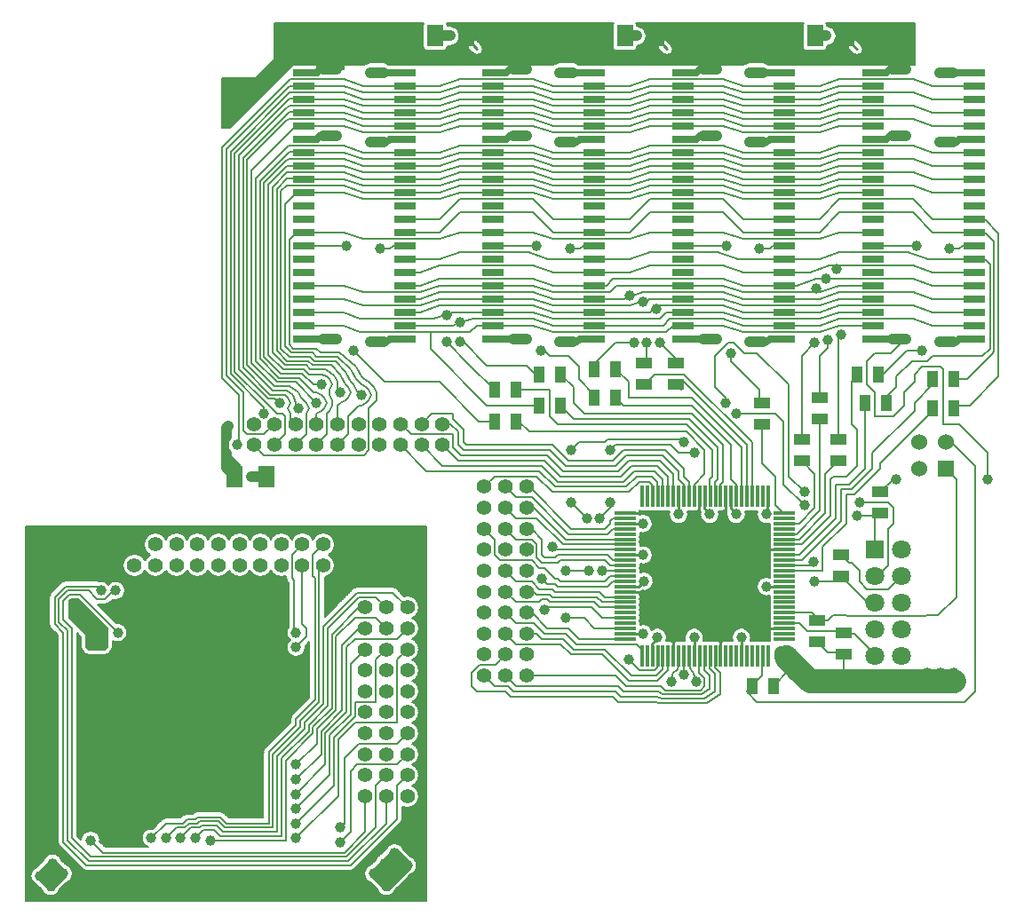
<source format=gtl>
G04*
G04  File:            A600_8MB_2008.GTL, Sun Feb 10 20:54:05 2019*
G04  Source:          P-CAD 2006 PCB, Version 19.02.958, (Z:\home\lvd\d\boards\boards\a600_8mb_2008\release\pcad2006\a600_8mb_2008.pcb)*
G04  Format:          Gerber Format (RS-274-D), ASCII*
G04*
G04  Format Options:  Absolute Positioning*
G04                   Leading-Zero Suppression*
G04                   Scale Factor 1:1*
G04                   NO Circular Interpolation*
G04                   Millimeter Units*
G04                   Numeric Format: 4.4 (XXXX.XXXX)*
G04                   G54 NOT Used for Aperture Change*
G04                   Apertures Embedded*
G04*
G04  File Options:    Offset = (0.000mm,0.000mm)*
G04                   Drill Symbol Size = 2.032mm*
G04                   No Pad/Via Holes*
G04*
G04  File Contents:   Pads*
G04                   Vias*
G04                   No Designators*
G04                   No Types*
G04                   No Values*
G04                   No Drill Symbols*
G04                   Top*
G04*
%INA600_8MB_2008.GTL*%
%ICAS*%
%MOMM*%
G04*
G04  Aperture MACROs for general use --- invoked via D-code assignment *
G04*
G04  General MACRO for flashed round with rotation and/or offset hole *
%AMROTOFFROUND*
1,1,$1,0.0000,0.0000*
1,0,$2,$3,$4*%
G04*
G04  General MACRO for flashed oval (obround) with rotation and/or offset hole *
%AMROTOFFOVAL*
21,1,$1,$2,0.0000,0.0000,$3*
1,1,$4,$5,$6*
1,1,$4,0-$5,0-$6*
1,0,$7,$8,$9*%
G04*
G04  General MACRO for flashed oval (obround) with rotation and no hole *
%AMROTOVALNOHOLE*
21,1,$1,$2,0.0000,0.0000,$3*
1,1,$4,$5,$6*
1,1,$4,0-$5,0-$6*%
G04*
G04  General MACRO for flashed rectangle with rotation and/or offset hole *
%AMROTOFFRECT*
21,1,$1,$2,0.0000,0.0000,$3*
1,0,$4,$5,$6*%
G04*
G04  General MACRO for flashed rectangle with rotation and no hole *
%AMROTRECTNOHOLE*
21,1,$1,$2,0.0000,0.0000,$3*%
G04*
G04  General MACRO for flashed rounded-rectangle *
%AMROUNDRECT*
21,1,$1,$2-$4,0.0000,0.0000,$3*
21,1,$1-$4,$2,0.0000,0.0000,$3*
1,1,$4,$5,$6*
1,1,$4,$7,$8*
1,1,$4,0-$5,0-$6*
1,1,$4,0-$7,0-$8*
1,0,$9,$10,$11*%
G04*
G04  General MACRO for flashed rounded-rectangle with rotation and no hole *
%AMROUNDRECTNOHOLE*
21,1,$1,$2-$4,0.0000,0.0000,$3*
21,1,$1-$4,$2,0.0000,0.0000,$3*
1,1,$4,$5,$6*
1,1,$4,$7,$8*
1,1,$4,0-$5,0-$6*
1,1,$4,0-$7,0-$8*%
G04*
G04  General MACRO for flashed regular polygon *
%AMREGPOLY*
5,1,$1,0.0000,0.0000,$2,$3+$4*
1,0,$5,$6,$7*%
G04*
G04  General MACRO for flashed regular polygon with no hole *
%AMREGPOLYNOHOLE*
5,1,$1,0.0000,0.0000,$2,$3+$4*%
G04*
G04  General MACRO for target *
%AMTARGET*
6,0,0,$1,$2,$3,4,$4,$5,$6*%
G04*
G04  General MACRO for mounting hole *
%AMMTHOLE*
1,1,$1,0,0*
1,0,$2,0,0*
$1=$1-$2*
$1=$1/2*
21,1,$2+$1,$3,0,0,$4*
21,1,$3,$2+$1,0,0,$4*%
G04*
G04*
G04  D10 : "Ellipse X0.254mm Y0.254mm H0.000mm 0.0deg (0.000mm,0.000mm) Draw"*
G04  Disc: OuterDia=0.2540*
%ADD10C, 0.2540*%
G04  D11 : "Ellipse X2.540mm Y2.540mm H0.000mm 0.0deg (0.000mm,0.000mm) Draw"*
G04  Disc: OuterDia=2.5400*
%ADD11C, 2.5400*%
G04  D12 : "Ellipse X0.305mm Y0.305mm H0.000mm 0.0deg (0.000mm,0.000mm) Draw"*
G04  Disc: OuterDia=0.3048*
%ADD12C, 0.3048*%
G04  D13 : "Ellipse X0.500mm Y0.500mm H0.000mm 0.0deg (0.000mm,0.000mm) Draw"*
G04  Disc: OuterDia=0.5000*
%ADD13C, 0.5000*%
G04  D14 : "Ellipse X0.508mm Y0.508mm H0.000mm 0.0deg (0.000mm,0.000mm) Draw"*
G04  Disc: OuterDia=0.5080*
%ADD14C, 0.5080*%
G04  D15 : "Ellipse X0.600mm Y0.600mm H0.000mm 0.0deg (0.000mm,0.000mm) Draw"*
G04  Disc: OuterDia=0.6000*
%ADD15C, 0.6000*%
G04  D16 : "Ellipse X0.635mm Y0.635mm H0.000mm 0.0deg (0.000mm,0.000mm) Draw"*
G04  Disc: OuterDia=0.6350*
%ADD16C, 0.6350*%
G04  D17 : "Ellipse X0.650mm Y0.650mm H0.000mm 0.0deg (0.000mm,0.000mm) Draw"*
G04  Disc: OuterDia=0.6500*
%ADD17C, 0.6500*%
G04  D18 : "Ellipse X0.100mm Y0.100mm H0.000mm 0.0deg (0.000mm,0.000mm) Draw"*
G04  Disc: OuterDia=0.1000*
%ADD18C, 0.1000*%
G04  D19 : "Ellipse X1.000mm Y1.000mm H0.000mm 0.0deg (0.000mm,0.000mm) Draw"*
G04  Disc: OuterDia=1.0000*
%ADD19C, 1.0000*%
G04  D20 : "Ellipse X0.102mm Y0.102mm H0.000mm 0.0deg (0.000mm,0.000mm) Draw"*
G04  Disc: OuterDia=0.1016*
%ADD20C, 0.1016*%
G04  D21 : "Ellipse X0.127mm Y0.127mm H0.000mm 0.0deg (0.000mm,0.000mm) Draw"*
G04  Disc: OuterDia=0.1270*
%ADD21C, 0.1270*%
G04  D22 : "Ellipse X0.150mm Y0.150mm H0.000mm 0.0deg (0.000mm,0.000mm) Draw"*
G04  Disc: OuterDia=0.1500*
%ADD22C, 0.1500*%
G04  D23 : "Ellipse X1.270mm Y1.270mm H0.000mm 0.0deg (0.000mm,0.000mm) Draw"*
G04  Disc: OuterDia=1.2700*
%ADD23C, 1.2700*%
G04  D24 : "Ellipse X1.500mm Y1.500mm H0.000mm 0.0deg (0.000mm,0.000mm) Draw"*
G04  Disc: OuterDia=1.5000*
%ADD24C, 1.5000*%
G04  D25 : "Ellipse X0.200mm Y0.200mm H0.000mm 0.0deg (0.000mm,0.000mm) Draw"*
G04  Disc: OuterDia=0.2000*
%ADD25C, 0.2000*%
G04  D26 : "Ellipse X0.250mm Y0.250mm H0.000mm 0.0deg (0.000mm,0.000mm) Draw"*
G04  Disc: OuterDia=0.2500*
%ADD26C, 0.2500*%
G04  D27 : "Ellipse X0.250mm Y0.250mm H0.000mm 0.0deg (0.000mm,0.000mm) Draw"*
G04  Disc: OuterDia=0.2500*
%ADD27C, 0.2500*%
G04  D28 : "Ellipse X2.300mm Y2.300mm H0.000mm 0.0deg (0.000mm,0.000mm) Draw"*
G04  Disc: OuterDia=2.3000*
%ADD28C, 2.3000*%
G04  D29 : "Ellipse X1.400mm Y1.400mm H0.000mm 0.0deg (0.000mm,0.000mm) Flash"*
G04  Disc: OuterDia=1.4000*
%ADD29C, 1.4000*%
G04  D30 : "Ellipse X1.524mm Y1.524mm H0.000mm 0.0deg (0.000mm,0.000mm) Flash"*
G04  Disc: OuterDia=1.5240*
%ADD30C, 1.5240*%
G04  D31 : "Ellipse X1.781mm Y1.781mm H0.000mm 0.0deg (0.000mm,0.000mm) Flash"*
G04  Disc: OuterDia=1.7810*
%ADD31C, 1.7810*%
G04  D32 : "Ellipse X1.800mm Y1.800mm H0.000mm 0.0deg (0.000mm,0.000mm) Flash"*
G04  Disc: OuterDia=1.8000*
%ADD32C, 1.8000*%
G04  D33 : "Ellipse X1.905mm Y1.905mm H0.000mm 0.0deg (0.000mm,0.000mm) Flash"*
G04  Disc: OuterDia=1.9050*
%ADD33C, 1.9050*%
G04  D34 : "Ellipse X2.181mm Y2.181mm H0.000mm 0.0deg (0.000mm,0.000mm) Flash"*
G04  Disc: OuterDia=2.1810*
%ADD34C, 2.1810*%
G04  D35 : "Rectangle X2.581mm Y1.031mm H0.000mm 0.0deg (0.000mm,0.000mm) Flash"*
G04  Rectangular: DimX=2.5810, DimY=1.0310, Rotation=0.0, OffsetX=0.0000, OffsetY=0.0000, HoleDia=0.0000 *
%ADD35R, 2.5810 X1.0310*%
G04  D36 : "Rectangle X1.031mm Y2.581mm H0.000mm 0.0deg (0.000mm,0.000mm) Flash"*
G04  Rectangular: DimX=1.0310, DimY=2.5810, Rotation=0.0, OffsetX=0.0000, OffsetY=0.0000, HoleDia=0.0000 *
%ADD36R, 1.0310 X2.5810*%
G04  D37 : "Rectangle X3.800mm Y2.000mm H0.000mm 0.0deg (0.000mm,0.000mm) Flash"*
G04  Rectangular: DimX=3.8000, DimY=2.0000, Rotation=0.0, OffsetX=0.0000, OffsetY=0.0000, HoleDia=0.0000 *
%ADD37R, 3.8000 X2.0000*%
G04  D38 : "Rectangle X4.181mm Y2.381mm H0.000mm 0.0deg (0.000mm,0.000mm) Flash"*
G04  Rectangular: DimX=4.1810, DimY=2.3810, Rotation=0.0, OffsetX=0.0000, OffsetY=0.0000, HoleDia=0.0000 *
%ADD38R, 4.1810 X2.3810*%
G04  D39 : "Rectangle X1.016mm Y1.524mm H0.000mm 0.0deg (0.000mm,0.000mm) Flash"*
G04  Rectangular: DimX=1.0160, DimY=1.5240, Rotation=0.0, OffsetX=0.0000, OffsetY=0.0000, HoleDia=0.0000 *
%ADD39R, 1.0160 X1.5240*%
G04  D40 : "Rectangle X1.524mm Y1.016mm H0.000mm 0.0deg (0.000mm,0.000mm) Flash"*
G04  Rectangular: DimX=1.5240, DimY=1.0160, Rotation=0.0, OffsetX=0.0000, OffsetY=0.0000, HoleDia=0.0000 *
%ADD40R, 1.5240 X1.0160*%
G04  D41 : "Rectangle X1.397mm Y1.905mm H0.000mm 0.0deg (0.000mm,0.000mm) Flash"*
G04  Rectangular: DimX=1.3970, DimY=1.9050, Rotation=0.0, OffsetX=0.0000, OffsetY=0.0000, HoleDia=0.0000 *
%ADD41R, 1.3970 X1.9050*%
G04  D42 : "Rectangle X1.905mm Y1.397mm H0.000mm 0.0deg (0.000mm,0.000mm) Flash"*
G04  Rectangular: DimX=1.9050, DimY=1.3970, Rotation=0.0, OffsetX=0.0000, OffsetY=0.0000, HoleDia=0.0000 *
%ADD42R, 1.9050 X1.3970*%
G04  D43 : "Rectangle X1.500mm Y2.000mm H0.000mm 0.0deg (0.000mm,0.000mm) Flash"*
G04  Rectangular: DimX=1.5000, DimY=2.0000, Rotation=0.0, OffsetX=0.0000, OffsetY=0.0000, HoleDia=0.0000 *
%ADD43R, 1.5000 X2.0000*%
G04  D44 : "Rectangle X2.000mm Y1.500mm H0.000mm 0.0deg (0.000mm,0.000mm) Flash"*
G04  Rectangular: DimX=2.0000, DimY=1.5000, Rotation=0.0, OffsetX=0.0000, OffsetY=0.0000, HoleDia=0.0000 *
%ADD44R, 2.0000 X1.5000*%
G04  D45 : "Rectangle X1.524mm Y1.524mm H0.000mm 0.0deg (0.000mm,0.000mm) Flash"*
G04  Square: Side=1.5240, Rotation=0.0, OffsetX=0.0000, OffsetY=0.0000, HoleDia=0.0000*
%ADD45R, 1.5240 X1.5240*%
G04  D46 : "Rectangle X1.800mm Y1.800mm H0.000mm 0.0deg (0.000mm,0.000mm) Flash"*
G04  Square: Side=1.8000, Rotation=0.0, OffsetX=0.0000, OffsetY=0.0000, HoleDia=0.0000*
%ADD46R, 1.8000 X1.8000*%
G04  D47 : "Rectangle X1.881mm Y2.381mm H0.000mm 0.0deg (0.000mm,0.000mm) Flash"*
G04  Rectangular: DimX=1.8810, DimY=2.3810, Rotation=0.0, OffsetX=0.0000, OffsetY=0.0000, HoleDia=0.0000 *
%ADD47R, 1.8810 X2.3810*%
G04  D48 : "Rectangle X2.381mm Y1.881mm H0.000mm 0.0deg (0.000mm,0.000mm) Flash"*
G04  Rectangular: DimX=2.3810, DimY=1.8810, Rotation=0.0, OffsetX=0.0000, OffsetY=0.0000, HoleDia=0.0000 *
%ADD48R, 2.3810 X1.8810*%
G04  D49 : "Rectangle X1.905mm Y1.905mm H0.000mm 0.0deg (0.000mm,0.000mm) Flash"*
G04  Square: Side=1.9050, Rotation=0.0, OffsetX=0.0000, OffsetY=0.0000, HoleDia=0.0000*
%ADD49R, 1.9050 X1.9050*%
G04  D50 : "Rectangle X2.000mm Y0.300mm H0.000mm 0.0deg (0.000mm,0.000mm) Flash"*
G04  Rectangular: DimX=2.0000, DimY=0.3000, Rotation=0.0, OffsetX=0.0000, OffsetY=0.0000, HoleDia=0.0000 *
%ADD50R, 2.0000 X0.3000*%
G04  D51 : "Rectangle X0.300mm Y2.000mm H0.000mm 0.0deg (0.000mm,0.000mm) Flash"*
G04  Rectangular: DimX=0.3000, DimY=2.0000, Rotation=0.0, OffsetX=0.0000, OffsetY=0.0000, HoleDia=0.0000 *
%ADD51R, 0.3000 X2.0000*%
G04  D52 : "Rectangle X2.032mm Y0.660mm H0.000mm 0.0deg (0.000mm,0.000mm) Flash"*
G04  Rectangular: DimX=2.0320, DimY=0.6604, Rotation=0.0, OffsetX=0.0000, OffsetY=0.0000, HoleDia=0.0000 *
%ADD52R, 2.0320 X0.6604*%
G04  D53 : "Rectangle X2.181mm Y2.181mm H0.000mm 0.0deg (0.000mm,0.000mm) Flash"*
G04  Square: Side=2.1810, Rotation=0.0, OffsetX=0.0000, OffsetY=0.0000, HoleDia=0.0000*
%ADD53R, 2.1810 X2.1810*%
G04  D54 : "Rectangle X2.200mm Y0.650mm H0.000mm 0.0deg (0.000mm,0.000mm) Flash"*
G04  Rectangular: DimX=2.2000, DimY=0.6500, Rotation=0.0, OffsetX=0.0000, OffsetY=0.0000, HoleDia=0.0000 *
%ADD54R, 2.2000 X0.6500*%
G04  D55 : "Rectangle X0.650mm Y2.200mm H0.000mm 0.0deg (0.000mm,0.000mm) Flash"*
G04  Rectangular: DimX=0.6500, DimY=2.2000, Rotation=0.0, OffsetX=0.0000, OffsetY=0.0000, HoleDia=0.0000 *
%ADD55R, 0.6500 X2.2000*%
G04  D56 : "Rectangle X2.381mm Y0.681mm H0.000mm 0.0deg (0.000mm,0.000mm) Flash"*
G04  Rectangular: DimX=2.3810, DimY=0.6810, Rotation=0.0, OffsetX=0.0000, OffsetY=0.0000, HoleDia=0.0000 *
%ADD56R, 2.3810 X0.6810*%
G04  D57 : "Rectangle X0.681mm Y2.381mm H0.000mm 0.0deg (0.000mm,0.000mm) Flash"*
G04  Rectangular: DimX=0.6810, DimY=2.3810, Rotation=0.0, OffsetX=0.0000, OffsetY=0.0000, HoleDia=0.0000 *
%ADD57R, 0.6810 X2.3810*%
G04  D58 : "Rectangle X2.413mm Y1.041mm H0.000mm 0.0deg (0.000mm,0.000mm) Flash"*
G04  Rectangular: DimX=2.4130, DimY=1.0414, Rotation=0.0, OffsetX=0.0000, OffsetY=0.0000, HoleDia=0.0000 *
%ADD58R, 2.4130 X1.0414*%
G04  D59 : "Ellipse X1.000mm Y1.000mm H0.000mm 0.0deg (0.000mm,0.000mm) Flash"*
G04  Disc: OuterDia=1.0000*
%ADD59C, 1.0000*%
G04  D60 : "Ellipse X1.381mm Y1.381mm H0.000mm 0.0deg (0.000mm,0.000mm) Flash"*
G04  Disc: OuterDia=1.3810*
%ADD60C, 1.3810*%
G04*
%FSLAX44Y44*%
%SFA1B1*%
%OFA0.000B0.000*%
G04*
G71*
G90*
G01*
D2*
%LNTop*%
D10*
X475552Y387540*
X477448D1*
X474308Y388783D2*
X478691D1*
X473065Y390026D2*
X479934D1*
X471822Y391269D2*
X481177D1*
X470578Y392513D2*
X482421D1*
X469335Y393756D2*
X483664D1*
X468092Y394999D2*
X484907D1*
X466848Y396243D2*
X486151D1*
X465605Y397486D2*
X487394D1*
X465040Y398729D2*
X488637D1*
X465065Y399973D2*
X489881D1*
X466308Y401216D2*
X489960D1*
X467551Y402459D2*
X489448D1*
X468794Y403702D2*
X488205D1*
X470038Y404946D2*
X486961D1*
X471281Y406189D2*
X485718D1*
X472524Y407432D2*
X484475D1*
X473768Y408676D2*
X483231D1*
X475011Y409919D2*
X481988D1*
X476254Y411162D2*
X480745D1*
X477498Y412406D2*
X479502D1*
X477974Y386270D2*
X491230Y399526D1*
Y402474*
X479974Y413730*
X477026*
X463770Y400474*
Y397526*
X475026Y386270*
X477974*
D2*
D25*
X514500Y417000*
X496500Y435000D1*
X512500Y413000D2*
X492500Y433000D1*
X510500Y409000D2*
X488500Y431000D1*
X514500Y433000D2*
X526500Y421000D1*
X480500Y639000D2*
X488500Y631000D1*
X484500Y641000D2*
X492500Y633000D1*
X496500Y635000D2*
X488500Y643000D1*
X504500Y667000D2*
X494500D1*
X488500Y661000D2*
X494500Y667000D1*
X490500Y675000D2*
X480500Y665000D1*
X492500Y671000D2*
X512500D1*
X484500Y663000D2*
X492500Y671000D1*
X524500D2*
X520500Y675000D1*
X480500Y665000D2*
Y639000D1*
X484500Y663000D2*
Y641000D1*
X488500Y643000D2*
Y661000D1*
X520500Y663000D2*
X512500Y671000D1*
X520500Y675000D2*
X490500D1*
X528500Y663000D2*
X520500D1*
X502706Y662670D2*
X496293D1*
X494500Y660877*
Y645000*
X510500Y629000*
Y617000*
X512500Y615000*
X528500*
X530500Y617000*
Y634877*
X502706Y662670*
X512500Y615000D2*
X528500D1*
X511000Y616500D2*
X530000D1*
X510500Y618000D2*
X530500D1*
X510500Y619500D2*
X530500D1*
X510500Y621000D2*
X530500D1*
X510500Y622500D2*
X530500D1*
X510500Y624000D2*
X530500D1*
X510500Y625500D2*
X530500D1*
X510500Y627000D2*
X530500D1*
X510500Y628500D2*
X530500D1*
X509500Y630000D2*
X530500D1*
X508000Y631500D2*
X530500D1*
X506500Y633000D2*
X530500D1*
X505000Y634500D2*
X530500D1*
X503500Y636000D2*
X529377D1*
X502000Y637500D2*
X527877D1*
X500500Y639000D2*
X526377D1*
X499000Y640500D2*
X524877D1*
X497500Y642000D2*
X523377D1*
X496000Y643500D2*
X521877D1*
X494500Y645000D2*
X520377D1*
X494500Y646500D2*
X518877D1*
X494500Y648000D2*
X517377D1*
X494500Y649500D2*
X515877D1*
X494500Y651000D2*
X514377D1*
X494500Y652500D2*
X512877D1*
X494500Y654000D2*
X511377D1*
X494500Y655500D2*
X509877D1*
X494500Y657000D2*
X508377D1*
X494500Y658500D2*
X506877D1*
X494500Y660000D2*
X505377D1*
X495123Y661500D2*
X503877D1*
X586500Y449000D2*
X572500Y435000D1*
X602500Y449000D2*
X586500D1*
X596500Y445000D2*
X586500Y435000D1*
X606500Y453000D2*
X602500Y449000D1*
X608500D2*
X604500Y445000D1*
X596500*
X538500Y673000D2*
X536500Y671000D1*
X540500Y673000D2*
X538500Y671000D1*
X540500Y673000D2*
X538500D1*
X644500Y449000D2*
X638500Y455000D1*
X642500Y445000D2*
X636500Y451000D1*
X618500*
X638500Y437000D2*
X632500Y443000D1*
X622500*
X640500Y441000D2*
X634500Y447000D1*
X620500*
X618500Y445000*
X638500Y455000D2*
X616500D1*
X614500Y453000*
X618500Y451000D2*
X616500Y449000D1*
X622500Y443000D2*
X614500Y435000D1*
X684500Y449000D2*
X644500D1*
X664000Y820000D2*
X680000D1*
X660000Y824000D2*
X664000Y820000D1*
D2*
D14*
X644000Y802000*
Y818000D1*
D2*
D19*
X652000Y780000*
X644000Y788000D1*
D2*
D25*
X654000Y810000*
X656000Y812000D1*
X670000Y810000D2*
X680000Y800000D1*
D2*
D19*
X644000Y826000*
X646000Y828000D1*
X644000Y818000D2*
Y826000D1*
D2*
D25*
X640000Y816000*
Y802000D1*
Y816000D2*
Y818000D1*
X642000Y814000D2*
X640000D1*
X642000Y812000*
X640000Y810000*
X642000Y808000*
X640000Y806000*
X642000*
D2*
D10*
X648540Y788540*
X655460D1*
X648540Y789736D2*
X654671D1*
X648540Y790933D2*
X653474D1*
X648540Y792130D2*
X652277D1*
X648540Y793327D2*
X651080D1*
X648540Y794524D2*
X649883D1*
X648540Y795721D2*
X648686D1*
X656730Y787270D2*
Y789474D1*
X647270Y798934*
Y787270*
X656730*
D2*
D27*
X645650Y788890*
X644000Y790540D1*
X641840Y792700*
D2*
D19*
X644000Y788000*
Y790540D1*
Y802000*
D2*
D25*
X660000Y860000*
X644000Y876000D1*
X682500Y850000D2*
X682000D1*
X652000Y880000*
X684000Y854000D2*
X656000Y882000D1*
X680000Y846000D2*
Y842000D1*
X648000Y878000D2*
X680000Y846000D1*
X656000Y858000D2*
X640000Y874000D1*
X754500Y447000D2*
X752500Y445000D1*
X756500Y449000D2*
X754500Y447000D1*
X710500Y477000D2*
X738500Y505000D1*
X710500Y463000D2*
X742500Y495000D1*
X730500Y525000D2*
X710500Y505000D1*
Y491000D2*
X734500Y515000D1*
X750500Y475000D2*
Y529000D1*
X746500Y485000D2*
Y531000D1*
X728500Y567000D2*
X710500Y549000D1*
Y543000*
X732500Y565000D2*
X714500Y547000D1*
Y541000*
X740500Y561000D2*
X722500Y543000D1*
X736500Y563000D2*
X718500Y545000D1*
X744500Y559000D2*
X726500Y541000D1*
X722500Y543000D2*
Y537000D1*
X718500Y545000D2*
Y539000D1*
X748500Y557000D2*
X730500Y539000D1*
X734500Y537000D2*
X754500Y557000D1*
X726500Y541000D2*
Y535000D1*
X738500D2*
X758500Y555000D1*
X708500Y633000D2*
X710500Y631000D1*
X720500Y635000D2*
Y627000D1*
X710500Y617000*
X716500Y639000D2*
X720500Y635000D1*
X708500Y681000D2*
X706500Y683000D1*
X708500Y633000D2*
Y681000D1*
X736500Y715000D2*
X726500Y705000D1*
X716500Y715000D2*
X706500Y705000D1*
X736500Y695000D2*
X734500Y693000D1*
X732500Y691000D2*
X734500Y693000D1*
X690000Y810000D2*
X700000Y820000D1*
X710000Y830000D2*
X705000Y835000D1*
X710000Y810000D2*
X720000Y820000D1*
X730000Y810000D2*
X740000Y820000D1*
X750000Y810000D2*
X760000Y820000D1*
X697500Y840000D2*
X692500D1*
X705000D2*
X702500Y845000D1*
X705000Y850000*
X702500Y855000D2*
X705000Y850000D1*
X702500Y855000D2*
X700000Y857500D1*
X698000Y858000*
X720000Y840000D2*
X722500Y845000D1*
X720000Y850000*
X715000Y855000*
X712500Y860000*
X704000Y866000*
X690000*
X730000Y840000D2*
X735000Y842500D1*
X737500Y845000*
X740000Y850000*
X737500Y855000*
X735000Y857500*
X730000Y860000*
X727500*
X714000Y874000*
X694000*
X740000Y840000D2*
X742500Y842500D1*
X745000Y847500*
Y852500*
X742500Y857500*
Y862500*
X745000Y867500D2*
X742500Y862500D1*
X745000Y867500D2*
X742500Y872500D1*
X740000Y875000*
X735000Y877500*
X723000*
X718000Y882000*
X698000*
X750000Y847500D2*
X752500Y850000D1*
X757500Y852500*
X760000Y855000*
Y865000D2*
X757500Y867500D1*
X752500Y877500*
X744000Y886000*
X726000*
X722000Y890000*
X702000*
X692000Y900000*
X750000Y894000D2*
X730000D1*
X726500Y898000*
X706000*
X700000Y904000*
X730000Y850000D2*
X710000Y870000D1*
X692000*
X712500Y845000D2*
X710000Y850000D1*
X707500Y857500*
X702000Y862000*
X688000*
X735000Y867500D2*
X727500D1*
X716000Y878000*
X696000*
X695000Y850000D2*
X690000Y854000D1*
X752500Y860000D2*
X750000Y862500D1*
Y870000*
X747500Y875000*
X742500Y880000*
X738000Y882000*
X724000*
X720000Y886000*
X700000*
X688000Y898000*
X757500Y880000D2*
X748000Y890000D1*
X728000*
X724000Y894000*
X704000*
X696000Y902000*
X752000Y898000D2*
X734000D1*
X730000Y902000*
X708000*
X704000Y906000*
X717550Y962025D2*
X755650D1*
X717550Y949325D2*
X755650D1*
X717550Y936625D2*
X755650D1*
X717550Y923925D2*
X755650D1*
X692000Y1054000D2*
X702000Y1064000D1*
X710000*
X717550Y1063625D2*
X755650D1*
X700000Y1040000D2*
X710000Y1050000D1*
X717550Y1050925D2*
X755650D1*
X701675Y1057275D2*
X696000Y1052000D1*
X755650Y1057275D2*
X701675D1*
X704000Y1006000D2*
X710000Y1012000D1*
X717550Y1012825D2*
X755650D1*
X717550Y1000125D2*
X758825D1*
D2*
D19*
X736600Y1104900*
X749300D1*
D2*
D16*
X733425*
X736600D1*
X730250Y1101725D2*
X733425Y1104900D1*
X717550Y1101725D2*
X730250D1*
D2*
D25*
X704000Y1140000*
X710000D1*
X717550Y1139825D2*
X755650D1*
X704000Y1128000D2*
X710000D1*
X717550Y1127125D2*
X755650D1*
X717550Y1114425D2*
X755650D1*
X704000Y1090000D2*
X710000D1*
X717550Y1089025D2*
X755650D1*
X702000Y1076000D2*
X710000D1*
X717550Y1076325D2*
X755650D1*
X703375Y1095375D2*
X755650D1*
X704850Y1120775D2*
X702000Y1120000D1*
X755650Y1120775D2*
X704850D1*
X702000Y1082000D2*
X704850Y1082675D1*
X755650D2*
X704850D1*
Y1133475D2*
X702000Y1132000D1*
X755650Y1133475D2*
X704850D1*
X755650Y1069975D2*
X701675D1*
X704000Y1152000D2*
X710000D1*
X717550Y1152525D2*
X755650D1*
D2*
D19*
X736600Y1168400*
X749300D1*
D2*
D16*
X733425*
X736600D1*
X730250Y1165225D2*
X733425Y1168400D1*
X717550Y1165225D2*
X730250D1*
D2*
D25*
X704850Y1146175*
X704000Y1146000D1*
X755650Y1146175D2*
X704850D1*
Y1158875D2*
X704000Y1158000D1*
X755650Y1158875D2*
X704850D1*
X730250Y1174750D2*
Y1168400D1*
X755650*
Y1174750*
X730250*
Y1168400D2*
X755650D1*
X730250Y1169900D2*
X755650D1*
X730250Y1171400D2*
X755650D1*
X730250Y1172900D2*
X755650D1*
X730250Y1174400D2*
X755650D1*
D2*
D10*
X795552Y387540*
X797448D1*
X794306Y388785D2*
X798693D1*
X793061Y390030D2*
X799938D1*
X791816Y391275D2*
X801183D1*
X790570Y392521D2*
X802429D1*
X789325Y393766D2*
X803674D1*
X788080Y395011D2*
X804919D1*
X786834Y396257D2*
X806165D1*
X785589Y397502D2*
X807410D1*
X784344Y398747D2*
X808655D1*
X783099Y399993D2*
X809901D1*
X783040Y401238D2*
X811146D1*
X783575Y402483D2*
X812391D1*
X784820Y403728D2*
X813636D1*
X786066Y404974D2*
X814882D1*
X787311Y406219D2*
X816127D1*
X788556Y407464D2*
X817372D1*
X789802Y408710D2*
X817960D1*
X791047Y409955D2*
X817952D1*
X792292Y411200D2*
X816707D1*
X793538Y412446D2*
X815462D1*
X794783Y413691D2*
X814216D1*
X796028Y414936D2*
X812971D1*
X797273Y416181D2*
X811726D1*
X798519Y417427D2*
X810480D1*
X799764Y418672D2*
X809235D1*
X801009Y419917D2*
X807990D1*
X802255Y421163D2*
X806744D1*
X803500Y422408D2*
X805499D1*
X795026Y386270D2*
X797974D1*
X819230Y407526*
Y410474*
X817602Y412102*
X805974Y423730*
X803026*
X781770Y402474*
Y399526*
X795026Y386270*
D2*
D25*
X816500Y495000*
X806500Y485000D1*
X796500Y495000D2*
X786500Y485000D1*
X806500Y505000D2*
X768500D1*
X806500Y525000D2*
X770500D1*
X816500Y515000D2*
X806500Y505000D1*
X766500Y551000D2*
Y565000D1*
X786500*
X766500Y545000D2*
X806500D1*
X786500Y565000D2*
Y605000D1*
X806500Y545000D2*
Y605000D1*
X796500Y635000D2*
X786500Y645000D1*
X816500Y635000D2*
X806500Y625000D1*
X770500Y655000D2*
X776500D1*
X786500Y645000D2*
X766500D1*
X776500Y635000D2*
X770500D1*
X766500Y625000D2*
X806500D1*
X786500Y665000D2*
X770500D1*
X802500Y669000D2*
X768500D1*
X796500Y655000D2*
X786500Y665000D1*
X816500Y655000D2*
X802500Y669000D1*
X810000Y830000D2*
X820000Y820000D1*
X835000Y785000D2*
X810000Y810000D1*
X775000Y800000D2*
X780000Y805000D1*
X770000Y847500D2*
X772500D1*
X777500Y850000*
X780000Y852500*
X782500Y857500*
X780000Y862500*
X777500Y865000*
X772500Y867500*
X767500Y872500*
X772500Y857500D2*
X770000D1*
X765000Y867500*
X780000Y845000D2*
X787500Y852500D1*
Y860000*
X785000Y865000*
X780000Y870000*
X775000Y872500*
X772500Y875000*
X767500Y885000*
D2*
D19*
X793750Y908050*
X781050D1*
D2*
D16*
X796925*
X793750D1*
D2*
D25*
X765000Y900000*
X795000Y870000D1*
X774700Y955675D2*
X828675D1*
X774700Y942975D2*
X828675D1*
X814070Y936625D2*
X828675D1*
X814070Y949325D2*
X828675D1*
X814070Y962025D2*
X828675D1*
X814070Y974725D2*
X828675D1*
X774700Y1063625D2*
X814070D1*
X774700Y1050925D2*
X814070D1*
X800100Y996950D2*
X790575D1*
X803275Y1000125D2*
X800100Y996950D1*
X814070Y1000125D2*
X803275D1*
X774700Y1089025D2*
X814070D1*
X774700Y1114425D2*
X814070D1*
X774700Y1076325D2*
X814070D1*
X774700Y1127125D2*
X814070D1*
X774700Y1139825D2*
X814070D1*
D2*
D19*
X793750Y1098550*
X781050D1*
D2*
D16*
X796925*
X793750D1*
X800100Y1101725D2*
X796925Y1098550D1*
X814070Y1101725D2*
X800100D1*
D2*
D25*
X774700Y1152525*
X814070D1*
D2*
D19*
X793750Y1165225*
X781050D1*
D2*
D16*
X793750*
X814070D1*
D2*
D25*
X912500Y580000*
X900000D1*
X890000Y590000*
X900500Y600000D2*
X885500D1*
X882500Y575000D2*
X878000Y579500D1*
X910000Y575000D2*
X882500D1*
X878000Y579500D2*
Y592500D1*
X885500Y600000D2*
X878000Y592500D1*
X890000Y730000D2*
X900000Y720000D1*
Y705000*
X905000Y700000D2*
X900000Y705000D1*
X850000Y830000D2*
X857500D1*
X865000Y822500D2*
X857500Y830000D1*
X865000Y810000D2*
Y822500D1*
X870000Y805000D2*
X865000Y810000D1*
X860000Y807500D2*
X867500Y800000D1*
X860000Y820000D2*
Y807500D1*
X870000Y812500D2*
X872500Y810000D1*
X870000Y825000D2*
Y812500D1*
X860000Y835000D2*
X870000Y825000D1*
X850000Y810000D2*
X865000Y795000D1*
X890000Y770000D2*
X900000Y780000D1*
X899680Y832500D2*
X896500Y833000D1*
X900000Y832500D2*
X896500Y833000D1*
X899680Y832500D2*
X900000D1*
X885000D2*
X899680D1*
X840000Y840000D2*
X860000D1*
X899680Y862500D2*
X876300Y885825D1*
X854075Y908050D2*
X876300Y885825D1*
X869950Y908050D2*
X892175Y885825D1*
X869950Y908050D2*
X866775D1*
X847725Y962025D2*
X898525D1*
X847725Y949325D2*
X898525D1*
X854075Y933450D2*
X860425Y936625D1*
X841375Y930275D2*
X860425Y936625D1*
X898525*
X876300Y917575D2*
X882650Y923925D1*
X898525*
X860425D2*
X866775Y927100D1*
X879475Y930275*
X847725Y1057275D2*
X866775Y1063625D1*
X898525*
X847725Y1044575D2*
X866775Y1050925D1*
X898525*
X847725D2*
X866775Y1057275D1*
X847725Y1006475D2*
X866775Y1012825D1*
X898525*
X847725Y1025525D2*
X866775Y1044575D1*
X847725Y1012825D2*
X866775Y1031875D1*
X847725Y1133475D2*
X866775Y1139825D1*
X898525*
X847725Y1120775D2*
X866775Y1127125D1*
X898525*
X866775Y1114425D2*
X847725Y1108075D1*
X866775Y1114425D2*
X898525D1*
X847725Y1082675D2*
X866775Y1089025D1*
X898525*
X847725Y1069975D2*
X866775Y1076325D1*
X898525*
X847725Y1089025D2*
X866775Y1095375D1*
X847725Y1114425D2*
X866775Y1120775D1*
X847725Y1076325D2*
X866775Y1082675D1*
X847725Y1127125D2*
X866775Y1133475D1*
X847725Y1146175D2*
X866775Y1152525D1*
X898525*
X847725D2*
X866775Y1158875D1*
X960000Y682500D2*
X957500D1*
X962500Y680000D2*
X960000Y682500D1*
X930000Y630000D2*
X940000D1*
X945000Y625000D2*
X940000Y630000D1*
X945000Y625000D2*
X965000D1*
X950000Y635000D2*
X935000Y650000D1*
X970000Y635000D2*
X950000D1*
X920000Y620000D2*
X962500D1*
X920000Y640000D2*
X937500D1*
X947500Y630000*
X967500D2*
X947500D1*
X920000Y660000D2*
X942500D1*
X945000Y662500*
X950000*
X952500Y660000*
X930000Y670000D2*
X937500D1*
X940000Y667500*
X952500*
X955000Y665000*
X945000Y682500D2*
X950000Y677500D1*
X957500D2*
X950000D1*
X960000Y675000D2*
X957500Y677500D1*
X920000Y680000D2*
X935000D1*
X942500Y672500*
X955000*
X957500Y670000*
X947500Y652500D2*
X950000Y655000D1*
X967500Y645000D2*
X985000D1*
X980000Y625000D2*
X970000Y635000D1*
X977500Y620000D2*
X967500Y630000D1*
X975000Y615000D2*
X965000Y625000D1*
X920000Y760000D2*
X935000D1*
X970000Y725000*
X920000Y740000D2*
X940000D1*
X965000Y715000*
X957500Y710000D2*
X955000Y712500D1*
X930000Y750000D2*
X937500D1*
X967500Y720000*
X935000Y700000D2*
X942500Y692500D1*
X947500*
X920000Y720000D2*
X935000D1*
X940000Y715000*
Y702500*
X945000Y697500*
X960000*
X962500Y700000*
X930000Y730000D2*
X935000D1*
X945000Y720000*
Y705000*
X947500Y702500*
X957500*
X960000Y705000*
X987500Y740000D2*
X972500Y755000D1*
X967500Y790000D2*
X952500Y805000D1*
X950000Y800000D2*
X965000Y785000D1*
X957500Y770000D2*
X942500Y785000D1*
X955000Y810000D2*
X970000Y795000D1*
X945000Y790000D2*
X960000Y775000D1*
X962500Y780000D2*
X947500Y795000D1*
X930000Y770000D2*
X932500D1*
X955000Y765000D2*
X940000Y780000D1*
X920000Y832500D2*
X921500Y833000D1*
X922500Y832500D2*
X921500Y833000D1*
X980000Y812500D2*
X972500Y805000D1*
X922500Y832500D2*
X932500Y822500D1*
D2*
D19*
X974725Y908050*
X962025D1*
D2*
D16*
X977900*
X974725D1*
D2*
D25*
X942180Y877500*
X939800Y876300D1*
X930275Y885825D2*
X939800Y876300D1*
X980000Y885000D2*
Y872500D1*
X970000Y895000D2*
X980000Y885000D1*
X952500Y895000D2*
X970000D1*
X947500Y900000D2*
X952500Y895000D1*
X946000Y898000D2*
X947500Y900000D1*
X985000Y840000D2*
X975000Y850000D1*
Y865000*
X962500Y877500D2*
X975000Y865000D1*
X920000Y862500D2*
X952500D1*
X936625Y962025D2*
X955675Y955675D1*
X936625Y949325D2*
X955675Y942975D1*
X936625Y936625D2*
X955675Y930275D1*
X936625Y923925D2*
X955675Y917575D1*
X936625Y930275D2*
X955675Y923925D1*
X936625Y942975D2*
X955675Y936625D1*
X936625Y955675D2*
X955675Y949325D1*
X936625Y968375D2*
X955675Y962025D1*
X936625Y981075D2*
X955675Y974725D1*
X936625Y1063625D2*
X955675Y1057275D1*
X936625Y1050925D2*
X955675Y1044575D1*
X936625Y1057275D2*
X955675Y1050925D1*
X936625Y1012825D2*
X955675Y1006475D1*
X981075Y996950D2*
X971550D1*
X984250Y1000125D2*
X981075Y996950D1*
X936625Y1044575D2*
X955675Y1025525D1*
X936625Y1031875D2*
X955675Y1012825D1*
X936625Y1139825D2*
X955675Y1133475D1*
X936625Y1127125D2*
X955675Y1120775D1*
X936625Y1114425D2*
X955675Y1108075D1*
X936625Y1089025D2*
X955675Y1082675D1*
X936625Y1076325D2*
X955675Y1069975D1*
X936625Y1095375D2*
X955675Y1089025D1*
X936625Y1120775D2*
X955675Y1114425D1*
X936625Y1082675D2*
X955675Y1076325D1*
X936625Y1133475D2*
X955675Y1127125D1*
D2*
D16*
X981075Y1101725*
X977900Y1098550D1*
X974725*
D2*
D19*
X962025D1*
D2*
D25*
X936625Y1152525*
X955675Y1146175D1*
X936625Y1158875D2*
X955675Y1152525D1*
D2*
D19*
X974725Y1165225*
X962025D1*
D2*
D25*
X1065000Y602500*
Y595000D1*
X1055000Y602500D2*
Y600000D1*
X1027500Y605000D2*
X1037500Y595000D1*
X1052500D2*
X1037500D1*
X1055000Y597500D2*
Y600000D1*
X1052500Y595000D2*
X1055000Y597500D1*
Y585000D2*
X1065000Y595000D1*
X1055000Y585000D2*
X1027500D1*
X1025000Y580000D2*
X1015000Y590000D1*
X1022500Y575000D2*
X1017500Y580000D1*
X1020000Y570000D2*
X1015000Y575000D1*
X1017500Y565000D2*
X1012500Y570000D1*
X1054500D2*
X1020000D1*
X1059000Y568000D2*
X1054500Y570000D1*
X1056000Y575000D2*
X1022500D1*
X1060000Y572000D2*
X1056000Y575000D1*
X1058000Y580000D2*
X1025000D1*
X1062000Y576000D2*
X1058000Y580000D1*
X1060000Y602500D2*
Y596250D1*
X1053750Y590000D2*
X1030000D1*
X1060000Y596250D2*
X1053750Y590000D1*
X1052000Y565000D2*
X1017500D1*
X1057000Y564000D2*
X1052000Y565000D1*
X1024250Y625000D2*
X1025000D1*
X995000Y660000D2*
X1000000Y655000D1*
X1022500D2*
X1000000D1*
X997500Y665000D2*
X1002500Y660000D1*
X1024250Y659999D2*
X1002500Y660000D1*
X1024250Y680000D2*
X1015000D1*
X1000000Y670000D2*
X1005000Y665000D1*
X1024250Y664999D2*
X1005000Y665000D1*
D2*
D10*
X1050000Y615000*
Y620000D1*
X1024250Y669999D2*
X1040000Y670000D1*
D2*
D25*
X992500Y655000*
X1002500Y645000D1*
X1024250D2*
X1002500D1*
X995000Y635000D2*
X1024250D1*
X1017500Y625000D2*
X1024250D1*
X1035000Y620000D2*
X1040000Y615000D1*
D2*
D10*
X1050000Y620000*
X1055000Y626250D1*
X1024250Y630000D2*
X1041250D1*
D2*
D25*
X1012500Y680000*
X1015000D1*
X1007500Y675000D2*
X1012500Y680000D1*
D2*
D10*
X1024250Y674999*
X1037000Y675000D1*
X1042000Y680000*
D2*
D25*
X1024250Y730000*
X1015000D1*
X1024250Y740000D2*
X1015000D1*
X1024250Y700000D2*
X1015000Y700000D1*
D2*
D10*
X1024250Y745000*
X1045000D1*
D2*
D25*
X1024250Y689999*
X1002500Y690000D1*
D2*
D10*
X1024250Y705000*
X1041250Y705000D1*
X1024250Y735000D2*
X1041250D1*
D2*
D25*
X1010000Y755000*
X1012500D1*
Y752500D2*
Y755000D1*
Y752500D2*
X1000000Y740000D1*
X1012500D2*
X1015000D1*
X1012500D2*
X1010000Y737500D1*
Y735000*
X1005000Y730000*
X1012500D2*
X1015000D1*
X1007500Y725000D2*
X1012500Y730000D1*
X1024250Y695000D2*
X1010000Y695000D1*
X1005000Y700000D2*
X1010000Y695000D1*
X1012500Y700000D2*
X1015000D1*
X1007500Y705000D2*
X1012500Y700000D1*
X1050000Y767500D2*
Y770000D1*
X1065000Y767500D2*
Y780000D1*
X1060000Y777500D2*
Y767500D1*
X1055000D2*
Y775000D1*
X1065000Y780000D2*
X1055000Y790000D1*
X1052500Y785000D2*
X1060000Y777500D1*
X1055000Y775000D2*
X1050000Y780000D1*
Y772500D2*
Y770000D1*
Y772500D2*
X1047500Y775000D1*
X1007500Y815000D2*
X1005000Y812500D1*
X1015000Y810000D2*
X1012500Y807500D1*
X1022500Y805000D2*
X1062500D1*
X1012500Y795000D2*
X1022500Y805000D1*
X1060000Y800000D2*
X1025000D1*
X1015000Y790000*
X1027500Y795000D2*
X1057500D1*
X1017500Y785000D2*
X1027500Y795000D1*
X1055000Y790000D2*
X1030000D1*
X1020000Y780000*
X1032500Y785000D2*
X1052500D1*
X1022500Y775000D2*
X1032500Y785000D1*
X1050000Y780000D2*
X1035000D1*
X1025000Y770000*
X1047500Y775000D2*
X1037500D1*
X1027500Y765000*
X1042500Y887820D2*
X1045000Y890000D1*
Y907500D2*
Y890000D1*
X994680Y882500D2*
X995000Y887500D1*
X1015000Y907500D2*
X995000Y887500D1*
X1032500Y907500D2*
X1015000D1*
X994680Y855000D2*
X994000Y858425D1*
X1042500Y867500D2*
X1052500Y877500D1*
X1027500Y870000D2*
Y855000D1*
X1015000Y882500D2*
X1027500Y870000D1*
X1015000Y855000D2*
X1020000Y850000D1*
X1022500Y847500D2*
X1020000Y850000D1*
X1009650Y955675D2*
X1016000Y962025D1*
X1041400Y946150D2*
X1047750Y949325D1*
X1028700Y942975D2*
X1047750Y949325D1*
X1057275Y930275D2*
X1063625Y936625D1*
X995045Y923925D2*
X1060450D1*
X995045Y936625D2*
X1047750D1*
X1054100Y942975*
Y939800D2*
Y942975D1*
X1028700Y952500D2*
X1022350Y949325D1*
X995045D2*
X1022350D1*
X1041400Y955675*
X995045Y962025D2*
X1003300D1*
X1006475D2*
X1003300D1*
X1006475D2*
X1012825Y968375D1*
X995045Y974725D2*
X1028700D1*
X1047750Y981075*
X995045Y987425D2*
X1028700D1*
Y1057275D2*
X1047750Y1063625D1*
X1028700Y1044575D2*
X1047750Y1050925D1*
X995045Y1063625D2*
X1028700D1*
X995045Y1050925D2*
X1028700D1*
X1047750Y1057275*
X1028700Y1006475D2*
X1047750Y1012825D1*
X995045Y1025525D2*
X1028700D1*
X1047750Y1044575*
X995045Y1012825D2*
X1028700D1*
X1047750Y1031875*
X1028700Y1133475D2*
X1047750Y1139825D1*
X1028700Y1120775D2*
X1047750Y1127125D1*
X1028700Y1108075D2*
X1047750Y1114425D1*
X1028700Y1082675D2*
X1047750Y1089025D1*
X1028700Y1069975D2*
X1047750Y1076325D1*
X995045Y1089025D2*
X1028700D1*
X1047750Y1095375*
X995045Y1114425D2*
X1028700D1*
X1047750Y1120775*
X995045Y1076325D2*
X1028700D1*
X1047750Y1082675*
X995045Y1127125D2*
X1028700D1*
X1047750Y1133475*
X995045Y1139825D2*
X1028700D1*
Y1146175D2*
X1047750Y1152525D1*
X995045D2*
X1028700D1*
X1047750Y1158875*
D2*
D19*
X1024100Y1200150*
X1035050D1*
D2*
D25*
X1085000Y600000*
Y605000D1*
X1075000Y602500D2*
Y600000D1*
X1105000Y577500D2*
Y590000D1*
X1100000Y595000D2*
X1105000Y590000D1*
X1100000Y605000D2*
Y595000D1*
X1110000Y605000D2*
Y602500D1*
X1100000Y580000D2*
Y587500D1*
X1095000Y592500*
Y605000D2*
Y592500D1*
X1096000Y576000D2*
X1100000Y580000D1*
X1097500Y572000D2*
X1105000Y577500D1*
X1100000Y568000D2*
X1110000Y575000D1*
X1102500Y564000D2*
X1115000Y572500D1*
X1080000Y590500D2*
Y602500D1*
X1085000Y600000D2*
X1086000Y596500D1*
X1089000Y593500*
X1091000Y587500*
X1110000Y597750D2*
Y602500D1*
X1115000Y572500D2*
Y592750D1*
X1110000Y597750D2*
X1115000Y592750D1*
X1105000Y605000D2*
Y596500D1*
X1110000Y575000D2*
Y591500D1*
X1105000Y596500D2*
X1110000Y591500D1*
X1068000Y584000D2*
X1069500Y592000D1*
X1075000Y599500D2*
Y600000D1*
X1075500Y599500D2*
X1075000D1*
X1074000Y596000D2*
X1069500Y592000D1*
X1075500Y599500D2*
X1074000Y596000D1*
D2*
D10*
X1115000Y615000*
Y625000D1*
X1070000Y615000D2*
Y625000D1*
X1090000Y615000D2*
Y626250D1*
X1135000Y615000D2*
Y626250D1*
X1125000Y755000D2*
Y750000D1*
X1100000Y755000D2*
Y750000D1*
X1120000Y755000D2*
Y745000D1*
X1095000Y755000D2*
Y745000D1*
X1075000Y755000D2*
Y743750D1*
X1100000Y750000D2*
X1105000Y743750D1*
X1125000Y750000D2*
X1130000Y743750D1*
D2*
D25*
X1080000Y767500*
Y770000D1*
X1090000Y802500D2*
X1075000D1*
X1140000Y810000D2*
Y767500D1*
X1135000Y807500D2*
Y767500D1*
X1115000Y770000D2*
Y767500D1*
X1090000D2*
Y770000D1*
X1082500Y830000D2*
X1107500Y805000D1*
X1085000Y835000D2*
X1112500Y807500D1*
X1125000Y810000D2*
Y777500D1*
X1130000Y772500D2*
Y767500D1*
X1125000Y777500D2*
X1130000Y772500D1*
X1082500Y822500D2*
X1100000Y805000D1*
X1115000Y772500D2*
Y770000D1*
X1117500Y810000D2*
Y775000D1*
X1115000Y772500*
X1112500Y807500D2*
Y777500D1*
X1110000Y767500D2*
Y775000D1*
X1112500Y777500D2*
X1110000Y775000D1*
X1107500Y805000D2*
Y780000D1*
X1105000Y777500D2*
Y767500D1*
X1107500Y780000D2*
X1105000Y777500D1*
X1085000Y775000D2*
Y767500D1*
X1080000Y780000D2*
X1085000Y775000D1*
X1080000Y772500D2*
Y770000D1*
Y772500D2*
X1075000Y777500D1*
X1080000Y787500D2*
Y780000D1*
X1075000Y777500D2*
Y785000D1*
X1070000Y782500D2*
Y767500D1*
X1077500Y815000D2*
X1080000Y812500D1*
X1090000Y771000D2*
Y770000D1*
Y772000D2*
Y771000D1*
X1100000Y782000D2*
Y805000D1*
X1090000Y772000D2*
X1100000Y782000D1*
X1075000Y890000D2*
X1077500D1*
X1072500Y887820D2*
X1077500Y890000D1*
X1125000D2*
Y897500D1*
X1077500Y870000D2*
X1080000D1*
X1077500D2*
Y862500D1*
X1072500Y867500D2*
X1077500Y862500D1*
X1120000Y855000D2*
X1110000Y865000D1*
X1120000Y850000D2*
Y855000D1*
X1110000Y865000D2*
Y895000D1*
X1122500Y907500D2*
X1110000Y895000D1*
X1127500Y907500D2*
X1122500D1*
X1137500Y897500D2*
X1127500Y907500D1*
X1079500Y962025D2*
X1117600D1*
X1136650Y955675*
X1079500Y949325D2*
X1117600D1*
X1136650Y942975*
X1079500Y936625D2*
X1117600D1*
X1136650Y930275*
X1069975Y923925D2*
X1079500D1*
X1117600*
X1136650Y917575*
X1117600Y930275D2*
X1136650Y923925D1*
X1117600Y942975D2*
X1136650Y936625D1*
X1117600Y955675D2*
X1136650Y949325D1*
X1117600Y968375D2*
X1136650Y962025D1*
X1117600Y981075D2*
X1136650Y974725D1*
X1079500Y1063625D2*
X1117600D1*
X1136650Y1057275*
X1079500Y1050925D2*
X1117600D1*
X1136650Y1044575*
X1117600Y1057275D2*
X1136650Y1050925D1*
X1079500Y1012825D2*
X1117600D1*
X1136650Y1006475*
X1117600Y1044575D2*
X1136650Y1025525D1*
X1117600Y1031875D2*
X1136650Y1012825D1*
X1079500Y1000125D2*
X1120775D1*
D2*
D16*
X1095375Y1104900*
X1098550D1*
D2*
D19*
X1111250D1*
D2*
D16*
X1079500Y1101725*
X1092200D1*
X1095375Y1104900*
D2*
D25*
X1079500Y1139825*
X1117600D1*
X1136650Y1133475*
X1079500Y1127125D2*
X1117600D1*
X1136650Y1120775*
X1079500Y1114425D2*
X1117600D1*
X1136650Y1108075*
X1079500Y1089025D2*
X1117600D1*
X1136650Y1082675*
X1079500Y1076325D2*
X1117600D1*
X1136650Y1069975*
X1117600Y1095375D2*
X1136650Y1089025D1*
X1117600Y1120775D2*
X1136650Y1114425D1*
X1117600Y1082675D2*
X1136650Y1076325D1*
X1117600Y1133475D2*
X1136650Y1127125D1*
X1079500Y1152525D2*
X1117600D1*
X1136650Y1146175*
D2*
D16*
X1095375Y1168400*
X1098550D1*
D2*
D19*
X1111250D1*
D2*
D16*
X1079500Y1165225*
X1092200D1*
X1095375Y1168400*
D2*
D25*
X1117600Y1158875*
X1136650Y1152525D1*
X1155000Y600000D2*
Y602500D1*
X1200000Y585000D2*
X1212500Y590000D1*
X1210000*
X1188750Y596250D2*
X1192500Y605000D1*
X1186868Y594368D2*
X1188750Y596250D1*
D2*
D28*
X1200000Y585000*
X1188750Y596250D1*
D2*
D25*
X1155000Y600000*
Y590000D1*
X1145000Y580000*
X1165320D2*
X1180000Y595000D1*
D2*
D10*
X1176250Y635000*
X1160000D1*
D2*
D25*
X1176250Y640000*
X1190000D1*
X1197500Y632500*
X1217500Y642500D2*
X1210000D1*
X1176250Y650000D2*
X1202500D1*
X1207500Y645000*
Y622180D2*
X1217500Y612500D1*
D2*
D10*
X1176250Y674999*
X1158750Y675000D1*
X1176250Y710000D2*
X1160000Y710000D1*
D2*
D25*
X1202500Y695000*
X1201250Y696250D1*
X1203750Y698750*
X1176250Y695000D2*
X1202500Y695000D1*
X1176250Y689999D2*
X1212500Y690000D1*
Y712500*
X1176250Y700000D2*
X1192500D1*
X1176250Y700000D2*
Y700000D1*
X1192500D2*
X1192500Y700000D1*
X1176250Y705000D2*
X1190000D1*
X1176250Y705000D2*
Y705000D1*
X1190000D2*
X1190000Y705000D1*
X1176250Y715000D2*
X1192500D1*
X1176250Y715000D2*
Y715000D1*
X1192500D2*
X1192500Y715000D1*
X1176250Y720000D2*
X1190000Y720000D1*
X1215000Y745000*
X1176250Y725000D2*
Y725000D1*
X1187500*
X1210000Y747500D2*
X1187500Y725000D1*
X1176250Y735000D2*
X1190000D1*
X1205000Y750000D2*
X1190000Y735000D1*
X1176250Y745000D2*
X1175000D1*
X1167500Y752500D2*
X1175000Y745000D1*
D2*
D10*
X1160000*
Y755000D1*
Y745000D2*
X1158750Y743750D1*
D2*
D25*
X1205000Y782500*
X1192500Y795000D1*
X1155000Y792500D2*
Y830000D1*
X1145000Y767500D2*
Y812500D1*
X1180000Y780000D2*
X1195000Y765000D1*
X1175000Y772500D2*
Y832500D1*
X1167500Y780000D2*
X1155000Y792500D1*
D2*
D16*
X1158875Y908050*
X1155700D1*
D2*
D25*
X1205000Y907500*
X1192500Y895000D1*
X1210000Y857500D2*
X1207500D1*
X1210000Y855320D2*
X1207500Y857500D1*
X1210000Y895000D2*
Y857500D1*
X1217500Y902500D2*
X1210000Y895000D1*
X1217500Y902500D2*
Y910000D1*
X1155000Y850320D2*
X1152500Y852500D1*
Y862500D2*
Y852500D1*
X1180000Y867500D2*
X1150000Y897500D1*
X1176020Y923925D2*
X1209675D1*
X1176020Y936625D2*
X1209675D1*
X1176020Y949325D2*
X1209675D1*
X1176020Y962025D2*
X1187450D1*
X1206500Y968375*
X1216025D2*
X1212850D1*
X1206500D2*
X1212850D1*
X1176020Y974725D2*
X1200150D1*
X1176020Y987425D2*
X1209675D1*
X1176020Y1063625D2*
X1209675D1*
X1176020Y1050925D2*
X1209675D1*
X1162050Y996950D2*
X1152525D1*
X1176020Y1000125D2*
X1165225D1*
X1162050Y996950*
X1176020Y1025525D2*
X1209675D1*
X1176020Y1012825D2*
X1209675D1*
X1176020Y1089025D2*
X1209675D1*
X1176020Y1114425D2*
X1209675D1*
X1176020Y1076325D2*
X1209675D1*
X1176020Y1127125D2*
X1209675D1*
X1176020Y1139825D2*
X1209675D1*
D2*
D16*
X1162050Y1101725*
X1158875Y1098550D1*
X1155700*
X1176020Y1101725D2*
X1162050D1*
D2*
D25*
X1176020Y1152525*
X1209675D1*
D2*
D16*
X1155700Y1165225*
X1176020D1*
D2*
D23*
X1287500Y585000*
Y580000D1*
D2*
D25*
X1232500Y592500*
X1230000D1*
X1235000Y680000D2*
X1257500Y657500D1*
X1235000Y630000D2*
X1242500D1*
X1232500Y630320D2*
X1230000Y632500D1*
X1232500Y630320D2*
X1235000Y630000D1*
X1222500Y647500D2*
X1248000Y647000D1*
X1247500Y680000D2*
X1255000Y672500D1*
X1257000Y672000*
X1274000*
X1275000Y672500D2*
X1274000Y672000D1*
X1267500Y744680D2*
Y742500D1*
X1247500Y755000D2*
X1275000D1*
X1280000Y750000*
Y735000*
X1275000Y730000*
Y695000*
X1262500Y710000D2*
Y742500D1*
X1245000D2*
X1262500D1*
X1267500*
X1230000Y705000D2*
X1237500Y697500D1*
X1240000*
X1247500Y690000*
X1227500Y815000D2*
Y815320D1*
X1267500Y792500D2*
Y787500D1*
X1240000Y767500D2*
X1230000D1*
X1260000Y787500D2*
X1240000Y767500D1*
X1237500Y772500D2*
X1225000D1*
X1252500Y787500D2*
X1237500Y772500D1*
X1240000Y830000D2*
X1245000Y825000D1*
X1235000Y780000D2*
X1222500D1*
X1245000Y790000D2*
Y825000D1*
Y790000D2*
X1235000Y780000D1*
X1260000Y787500D2*
Y802500D1*
X1280000Y777500D2*
X1282500D1*
X1267500Y765000D2*
X1280000Y777500D1*
X1255000Y867500D2*
X1262500Y860000D1*
X1255000Y867500D2*
Y890000D1*
X1262500Y897500*
X1277500*
X1291225Y911225*
X1272820Y850000D2*
X1272500D1*
X1272820D2*
X1272500Y855000D1*
X1282500Y865000D2*
X1272500Y855000D1*
X1282500Y875000D2*
Y865000D1*
X1265320Y877500D2*
X1270000D1*
X1292500Y900000D2*
X1270000Y877500D1*
X1245000Y875000D2*
X1240000Y870000D1*
X1245000Y877500D2*
Y875000D1*
X1290000Y847500D2*
Y860000D1*
X1292500Y912500D2*
X1292225Y912225D1*
Y911225*
X1291225D2*
X1292225Y912225D1*
X1260475Y962025D2*
X1228725D1*
X1260475Y949325D2*
X1228725D1*
Y936625D2*
X1260475D1*
Y923925D2*
X1228725D1*
X1225550Y977900D2*
Y981075D1*
X1260475Y1063625D2*
X1228725D1*
X1260475Y1050925D2*
X1228725D1*
X1260475Y1012825D2*
X1228725D1*
Y993775D2*
X1293575D1*
D2*
D16*
X1276350Y1104900*
X1279525D1*
X1260475Y1101725D2*
X1273175D1*
X1276350Y1104900*
D2*
D25*
X1260475Y1139825*
X1228725D1*
X1260475Y1127125D2*
X1228725D1*
X1260475Y1114425D2*
X1228725D1*
X1260475Y1089025D2*
X1228725D1*
X1260475Y1076325D2*
X1228725D1*
X1260475Y1152525D2*
X1228725D1*
D2*
D16*
X1276350Y1168400*
X1279525D1*
X1260475Y1165225D2*
X1273175D1*
X1276350Y1168400*
D2*
D25*
X1337500Y580000*
Y585000D1*
X1325000Y580000D2*
Y585000D1*
X1312500Y580000D2*
Y585000D1*
D2*
D28*
X1337500*
X1325000D1*
X1312500*
D2*
D25*
X1347500Y565000*
X1357500Y575000D1*
X1340000Y665000D2*
X1322500Y647500D1*
X1300000Y647000*
X1330000Y812900D2*
X1335000Y812500D1*
X1357500Y790000*
X1327500Y830000D2*
X1342500D1*
X1370000Y802500*
Y777500*
X1330000Y787500D2*
X1340000Y777500D1*
D2*
D19*
X1336675Y908050*
X1323975D1*
D2*
D16*
X1339850*
X1336675D1*
D2*
D25*
X1312500Y890000*
X1297500D1*
X1317500Y895000D2*
X1312500Y890000D1*
X1365000Y895000D2*
X1317500D1*
X1337820Y845000D2*
X1340000Y847500D1*
X1352500*
X1337500Y872500D2*
X1337820D1*
X1350000*
X1317500Y842500D2*
Y845000D1*
Y867500D2*
Y870000D1*
Y872500*
Y867500D2*
X1300000Y850000D1*
Y842500*
Y870000D2*
Y877500D1*
X1307500Y885000*
X1325000D2*
X1327500Y882500D1*
X1307500Y885000D2*
X1325000D1*
X1298575Y930275D2*
X1317625Y923925D1*
X1356995D2*
X1317625D1*
X1298575Y942975D2*
X1317625Y936625D1*
X1356995D2*
X1317625D1*
X1298575Y955675D2*
X1317625Y949325D1*
X1356995D2*
X1317625D1*
Y962025D2*
X1298575Y968375D1*
X1356995Y962025D2*
X1317625D1*
X1298575Y981075D2*
X1317625Y974725D1*
X1356995D2*
X1317625D1*
X1366000Y986000D2*
X1368000D1*
X1356995Y987425D2*
X1366000Y986000D1*
X1356995Y987425D2*
X1312625D1*
X1356995Y1063625D2*
X1317625D1*
X1298575Y1057275D2*
X1317625Y1050925D1*
X1356995D2*
X1317625D1*
X1343025Y996950D2*
X1333500D1*
X1356995Y1000125D2*
X1346200D1*
X1343025Y996950*
X1298575Y1044575D2*
X1317625Y1025525D1*
X1366000Y1024000D2*
X1368000D1*
X1356995Y1025525D2*
X1366000Y1024000D1*
X1356995Y1025525D2*
X1317625D1*
X1298575Y1031875D2*
X1317625Y1012825D1*
X1366000Y1012000D2*
X1368000D1*
X1356995Y1012825D2*
X1366000Y1012000D1*
X1356995Y1012825D2*
X1317625D1*
X1298575Y1095375D2*
X1317625Y1089025D1*
X1356995D2*
X1317625D1*
X1298575Y1120775D2*
X1317625Y1114425D1*
X1356995D2*
X1317625D1*
X1298575Y1082675D2*
X1317625Y1076325D1*
X1356995D2*
X1317625D1*
X1298575Y1133475D2*
X1317625Y1127125D1*
X1356995D2*
X1317625D1*
X1356995Y1139825D2*
X1317625D1*
D2*
D16*
X1343025Y1101725*
X1339850Y1098550D1*
X1336675*
D2*
D19*
X1323975D1*
D2*
D16*
X1356995Y1101725*
X1343025D1*
D2*
D25*
X1298575Y1158875*
X1317625Y1152525D1*
X1356995D2*
X1317625D1*
D2*
D19*
X1336675Y1165225*
X1323975D1*
D2*
D16*
X1336675*
X1356995D1*
D2*
D25*
X1376000Y900000*
X1375000Y897500D1*
X488500Y431000D2*
Y631000D1*
X492500Y433000D2*
Y633000D1*
X496500Y435000D2*
Y635000D1*
X684500Y517000D2*
Y449000D1*
X660000Y824000D2*
Y860000D1*
X656000Y812000D2*
Y858000D1*
X742500Y495000D2*
Y533000D1*
X722500Y537000D2*
X696500Y511000D1*
X726500Y535000D2*
X700500Y509000D1*
X734500Y515000D2*
Y537000D1*
X730500Y539000D2*
Y525000D1*
X714500Y541000D2*
X688500Y515000D1*
X718500Y539000D2*
X692500Y513000D1*
X738500Y505000D2*
Y535000D1*
X688500Y515000D2*
Y445000D1*
X696500Y511000D2*
Y437000D1*
X700500Y509000D2*
Y433000D1*
X740500Y635000D2*
Y561000D1*
X736500Y637000D2*
Y563000D1*
X744500Y559000D2*
Y629000D1*
X692500Y513000D2*
Y441000D1*
X748500Y627000D2*
Y557000D1*
X754500D2*
Y619000D1*
X710500Y449000D2*
X746500Y485000D1*
X710500Y435000D2*
X750500Y475000D1*
X758500Y555000D2*
Y617000D1*
X756500Y511000D2*
Y449000D1*
D2*
D19*
X736600Y911225*
X749300D1*
D2*
D16*
X717550*
X736600D1*
D2*
D25*
X700000Y820000*
Y837500D1*
X697500Y840000*
X705000Y835000D2*
Y840000D1*
X720000Y820000D2*
Y840000D1*
X730000Y830000D2*
Y840000D1*
X740000Y820000D2*
Y840000D1*
X750000Y830000D2*
Y847500D1*
X760000Y820000D2*
Y837500D1*
X726500Y685000D2*
X728500Y683000D1*
X726500Y705000D2*
Y685000D1*
X706500Y683000D2*
Y705000D1*
X701675Y1070000D2*
X688000Y1056000D1*
X776500Y475000D2*
Y441000D1*
X786500Y485000D2*
Y445000D1*
X796500Y475000D2*
Y449000D1*
X806500Y453000D2*
Y485000D1*
X816500Y535000D2*
X806500Y525000D1*
X786500Y605000D2*
X796500Y615000D1*
X816500D2*
X806500Y605000D1*
X780000Y805000D2*
Y845000D1*
D2*
D16*
X800100Y911225*
X796925Y908050D1*
X814070Y911225D2*
X800100D1*
D2*
D25*
X910000Y610000*
X900500Y600000D1*
X860000Y840000D2*
Y835000D1*
X847500Y870000D2*
X885000Y832500D1*
X847725Y1063625D2*
X866775Y1069975D1*
X847725Y1139825D2*
X866775Y1146175D1*
X847725Y987425D2*
X866775Y993775D1*
X972500Y610000D2*
X962500Y620000D1*
X932500Y770000D2*
X972500Y730000D1*
X947500Y692500D2*
X957500Y682500D1*
D2*
D16*
X981075Y911225*
X977900Y908050D1*
D2*
D25*
X962500Y847500*
X975000Y835000D1*
X952500Y862500D2*
Y837500D1*
X960000Y830000*
X936625Y1069975D2*
X955675Y1063625D1*
X936625Y1146175D2*
X955675Y1139825D1*
X931625Y993775D2*
X950675Y987425D1*
X1060250Y609000D2*
X1060000Y602500D1*
X1060250Y609000D2*
X1060000Y605000D1*
X1065250Y609000D2*
X1065000Y602500D1*
X1040250Y609000D2*
X1040000Y615000D1*
X1055250Y609000D2*
X1055000Y602500D1*
D2*
D10*
X1050250Y609000*
X1050000Y615000D1*
D2*
D25*
X1030000Y590000*
X1005000Y615000D1*
X1027500Y585000D2*
X1002500Y610000D1*
X1055250Y761000D2*
X1055000Y767500D1*
X1060250Y761000D2*
X1060000Y767500D1*
X1065250Y761000D2*
X1065000Y767500D1*
X1050250Y761000D2*
X1050000Y767500D1*
X1024250Y684999D2*
X1010000Y685000D1*
X1005000Y680000D2*
X1010000Y685000D1*
X1028700Y1063625D2*
X1047750Y1069975D1*
X1028700Y1139825D2*
X1047750Y1146175D1*
X1028700Y987425D2*
X1047750Y993775D1*
X1075249Y609000D2*
X1075000Y602500D1*
X1080249Y609000D2*
X1080000Y605000D1*
X1080249Y609000D2*
X1080000Y602500D1*
D2*
D10*
X1090249Y609000*
X1090000Y615000D1*
X1135250Y609000D2*
X1135000Y615000D1*
X1115250Y609000D2*
X1115000Y615000D1*
X1070250Y609000D2*
X1070000Y615000D1*
D2*
D19*
X1098550Y911225*
X1111250D1*
D2*
D16*
X1079500*
X1098550D1*
D2*
D25*
X1080249Y761000*
X1080000Y767500D1*
X1070250Y761000D2*
X1070000Y767500D1*
X1085249Y761000D2*
X1085000Y767500D1*
D2*
D10*
X1075249Y761000*
X1075000Y755000D1*
X1125250Y761000D2*
X1125000Y755000D1*
X1100249Y761000D2*
X1100000Y755000D1*
X1120250Y761000D2*
X1120000Y755000D1*
X1095249Y761000D2*
X1095000Y755000D1*
D2*
D25*
X1140250Y761000*
X1140000Y767500D1*
X1080000Y870000D2*
X1140000Y810000D1*
X1135250Y761000D2*
X1135000Y767500D1*
X1087500Y855000D2*
X1135000Y807500D1*
X1130250Y761000D2*
X1130000Y767500D1*
X1115250Y761000D2*
X1115000Y767500D1*
X1110250Y761000D2*
X1110000Y767500D1*
X1105249Y761000D2*
X1105000Y767500D1*
X1090249Y761000D2*
X1090000Y767500D1*
X1087500Y840000D2*
X1117500Y810000D1*
X1087500Y847500D2*
X1125000Y810000D1*
X1117600Y1069975D2*
X1136650Y1063625D1*
X1117600Y1146175D2*
X1136650Y1139825D1*
X1131650Y987425D2*
X1112600Y993775D1*
X1155250Y609000D2*
X1155000Y602500D1*
D2*
D28*
X1188750Y596250*
X1177500Y607500D1*
D2*
D23*
X1172500Y612500D1*
D2*
D10*
X1160250Y761000*
X1160000Y755000D1*
D2*
D16*
X1162050Y911225*
X1158875Y908050D1*
X1176020Y911225D2*
X1162050D1*
D2*
D25*
X1192500Y815320*
Y895000D1*
X1215000Y745000D2*
Y782500D1*
X1205000D2*
Y750000D1*
X1145250Y761000D2*
X1145000Y767500D1*
X1180000Y780000D2*
Y867500D1*
X1175000Y832500D2*
X1167500Y840000D1*
X1195000Y752500D2*
X1175000Y772500D1*
X1167500Y752500D2*
Y780000D1*
X1210000Y747500D2*
Y835000D1*
X1242500Y630000D2*
X1262500Y610000D1*
X1232500D2*
Y592500D1*
X1262500Y860000D2*
Y837500D1*
D2*
D16*
X1260475Y911225*
X1279525D1*
D2*
D25*
X1227500Y815320*
Y912500D1*
X1230000Y915000D2*
X1227500Y912500D1*
X1235000Y762500D2*
Y735000D1*
X1242500Y762500D2*
X1235000D1*
X1267500Y787500D2*
X1242500Y762500D1*
X1230000Y767500D2*
Y737500D1*
X1225000Y772500D2*
Y740000D1*
X1240000Y870000D2*
Y830000D1*
X1262500Y837500D2*
X1280000D1*
X1290000Y847500*
X1275000Y695000D2*
X1265000Y685000D1*
X1247500Y690000D2*
Y680000D1*
X1275000Y672500D2*
X1287500Y685000D1*
X1252500Y850000D2*
Y787500D1*
D2*
D16*
X1343025Y911225*
X1339850Y908050D1*
X1356995Y911225D2*
X1343025D1*
D2*
D25*
X1327500Y882500*
Y830000D1*
X1340000Y777500D2*
Y665000D1*
X1298575Y1069975D2*
X1317625Y1063625D1*
X1298575Y1146175D2*
X1317625Y1139825D1*
X652000Y880000D2*
Y1088000D1*
X660000Y884000D2*
Y1084000D1*
X668000Y888000D2*
Y1072000D1*
X676000Y892000D2*
Y1062000D1*
X684000Y896000D2*
Y1058000D1*
X672000Y890000D2*
Y1064000D1*
X664000Y886000D2*
Y1082000D1*
X680000Y894000D2*
Y1060000D1*
X656000Y882000D2*
Y1086000D1*
X648000Y1090000D2*
Y878000D1*
X640000Y874000D2*
Y1094000D1*
X644000Y1092000D2*
Y876000D1*
X692000Y900000D2*
Y1054000D1*
X700000Y904000D2*
Y1040000D1*
X688000Y898000D2*
Y1056000D1*
X696000Y902000D2*
Y1052000D1*
X704000Y906000D2*
Y1006000D1*
X716500Y639000D2*
Y695000D1*
X728500Y683000D2*
Y567000D1*
X732500Y691000D2*
Y565000D1*
X1357500Y575000D2*
Y790000D1*
X1380000Y875000D2*
Y1012000D1*
X1376000Y1004000D2*
Y900000D1*
X614500Y453000D2*
X606500D1*
X616500Y449000D2*
X608500D1*
X618500Y445000D2*
X610500D1*
X600500Y435000*
X536500Y671000D2*
X528500Y663000D1*
X540500Y631000D2*
X504500Y667000D1*
X786500Y445000D2*
X758500Y417000D1*
X760500Y413000D2*
X796500Y449000D1*
X762500Y409000D2*
X806500Y453000D1*
X762500Y441000D2*
X752500Y431000D1*
X756500Y421000D2*
X776500Y441000D1*
X768500Y505000D2*
X762500Y499000D1*
X770500Y525000D2*
X756500Y511000D1*
X915000Y570000D2*
X910000Y575000D1*
X917500D2*
X912500Y580000D1*
X920000D2*
X910000Y590000D1*
X762500Y553000D2*
Y601000D1*
X910000Y670000D2*
X920000Y660000D1*
X910000Y650000D2*
X920000Y640000D1*
X910000Y630000D2*
X920000Y620000D1*
X758500Y617000D2*
X766500Y625000D1*
Y645000D2*
X748500Y627000D1*
X754500Y619000D2*
X770500Y635000D1*
Y655000D2*
X744500Y629000D1*
X768500Y669000D2*
X736500Y637000D1*
X770500Y665000D2*
X740500Y635000D1*
X935000Y700000D2*
X905000D1*
X910000Y730000D2*
X920000Y720000D1*
X910000Y750000D2*
X920000Y740000D1*
X690000Y830000D2*
X680000Y820000D1*
X867500Y800000D2*
X950000D1*
X820000Y820000D2*
X860000D1*
X942500Y785000D2*
X835000D1*
X850000Y790000D2*
X945000D1*
X850000D2*
X830000Y810000D1*
X947500Y795000D2*
X865000D1*
X680000Y800000D2*
X775000D1*
X940000Y780000D2*
X900000D1*
D2*
D19*
X682000*
X668000D1*
D2*
D25*
X692500Y840000*
X682500Y850000D1*
X698000Y858000D2*
X686000D1*
X660000Y884000*
X690000Y866000D2*
X668000Y888000D1*
X694000Y874000D2*
X676000Y892000D1*
X698000Y882000D2*
X684000Y896000D1*
X760000Y855000D2*
X762500Y860000D1*
X760000Y865000*
X767500Y872500D2*
X762500Y882500D1*
X750000Y894000*
X692000Y870000D2*
X672000Y890000D1*
X688000Y862000D2*
X664000Y886000D1*
X696000Y878000D2*
X680000Y894000D1*
X690000Y854000D2*
X684000D1*
X765000Y867500D2*
X762500Y870000D1*
X757500Y880000*
X767500Y885000D2*
X752000Y898000D1*
X892175Y885825D2*
X930275D1*
X942180Y847500D2*
X892500D1*
X838750Y901250*
X795000Y870000D2*
X847500D1*
X755650Y962025D2*
X774700Y955675D1*
X828675D2*
X847725Y962025D1*
X898525D2*
X936625D1*
X755650Y949325D2*
X774700Y942975D1*
X828675D2*
X847725Y949325D1*
X898525D2*
X936625D1*
X755650Y936625D2*
X771525Y930275D1*
X841375*
X898525Y936625D2*
X936625D1*
X755650Y923925D2*
X771525Y917575D1*
X898525Y923925D2*
X936625D1*
X814070D2*
X860425D1*
X879475Y930275D2*
X936625D1*
X828675Y936625D2*
X847725Y942975D1*
X936625*
X828675Y949325D2*
X847725Y955675D1*
X936625*
X828675Y962025D2*
X847725Y968375D1*
X936625*
X828675Y974725D2*
X847725Y981075D1*
X936625*
X814070Y987425D2*
X847725D1*
X771525Y917575D2*
X838200D1*
X838750Y917500D2*
X838200Y917575D1*
X876300*
X755650Y1063625D2*
X774700Y1057275D1*
X847725*
X898525Y1063625D2*
X936625D1*
X755650Y1050925D2*
X774700Y1044575D1*
X847725*
X898525Y1050925D2*
X936625D1*
X814070Y1063625D2*
X847725D1*
X774700Y1050925D2*
X755650Y1057275D1*
X814070Y1050925D2*
X847725D1*
X866775Y1057275D2*
X936625D1*
X755650Y1012825D2*
X774700Y1006475D1*
X847725*
X898525Y1012825D2*
X936625D1*
X866775Y993775D2*
X931625D1*
X814070Y1025525D2*
X847725D1*
X866775Y1044575D2*
X936625D1*
X814070Y1012825D2*
X847725D1*
X866775Y1031875D2*
X936625D1*
X898525Y1000125D2*
X939800D1*
D2*
D16*
X914400Y1104900*
X917575D1*
D2*
D19*
X930275D1*
D2*
D16*
X898525Y1101725*
X911225D1*
X914400Y1104900*
D2*
D25*
X652000Y1088000*
X704000Y1140000D1*
X755650Y1139825D2*
X774700Y1133475D1*
X847725*
X898525Y1139825D2*
X936625D1*
X660000Y1084000D2*
X704000Y1128000D1*
X755650Y1127125D2*
X774700Y1120775D1*
X847725*
X898525Y1127125D2*
X936625D1*
X668000Y1072000D2*
X710000Y1114000D1*
X774700Y1108075D2*
X755650Y1114425D1*
X847725Y1108075D2*
X774700D1*
X898525Y1114425D2*
X936625D1*
X755650Y1089025D2*
X774700Y1082675D1*
X847725*
X898525Y1089025D2*
X936625D1*
X755650Y1076325D2*
X774700Y1069975D1*
X847725*
X898525Y1076325D2*
X936625D1*
X774700Y1089025D2*
X755650Y1095375D1*
X814070Y1089025D2*
X847725D1*
X866775Y1095375D2*
X936625D1*
X702000Y1120000D2*
X664000Y1082000D1*
X774700Y1114425D2*
X755650Y1120775D1*
X814070Y1114425D2*
X847725D1*
X866775Y1120775D2*
X936625D1*
X774700Y1076325D2*
X755650Y1082675D1*
X814070Y1076325D2*
X847725D1*
X866775Y1082675D2*
X936625D1*
X702000Y1132000D2*
X656000Y1086000D1*
X774700Y1127125D2*
X755650Y1133475D1*
X814070Y1127125D2*
X847725D1*
X866775Y1133475D2*
X936625D1*
X866775Y1069975D2*
X936625D1*
X814070Y1139825D2*
X847725D1*
X755650Y1152525D2*
X774700Y1146175D1*
X847725*
X898525Y1152525D2*
X936625D1*
D2*
D16*
X914400Y1168400*
X917575D1*
D2*
D19*
X930275D1*
D2*
D16*
X898525Y1165225*
X911225D1*
X914400Y1168400*
D2*
D25*
X866775Y1146175*
X936625D1*
X774700Y1152525D2*
X755650Y1158875D1*
X814070Y1152525D2*
X847725D1*
X866775Y1158875D2*
X936625D1*
D2*
D19*
X843125Y1200150*
X857250D1*
D2*
D25*
X1145000Y580000*
X1140000Y575000D1*
X1150000Y565000*
X1100000Y568000D2*
X1059000D1*
X1097500Y572000D2*
X1060000D1*
X1096000Y576000D2*
X1062000D1*
X1102500Y564000D2*
X1057000D1*
X955000Y665000D2*
X997500D1*
X957500Y670000D2*
X1000000D1*
X995000Y635000D2*
X985000Y645000D1*
X1017500Y625000D2*
X980000D1*
X1035000Y620000D2*
X977500D1*
X1005000Y615000D2*
X975000D1*
X1205000Y680000D2*
X1235000D1*
X1197500Y632500D2*
X1230000D1*
X1222500Y647500D2*
X1217500Y642500D1*
Y612500D2*
X1227500D1*
X1005000Y680000D2*
X962500D1*
X1007500Y675000D2*
X960000D1*
X965000Y715000D2*
X1024250Y715000D1*
Y710000D2*
X957500Y710000D1*
X1024250Y720000D2*
X967500Y720000D1*
X1235000Y735000D2*
X1212500Y712500D1*
X1230000Y737500D2*
X1192500Y700000D1*
X1225000Y740000D2*
X1190000Y705000D1*
X1220000Y742500D2*
X1192500Y715000D1*
X967500Y690000D2*
X990000D1*
X972500Y730000D2*
X1005000D1*
X970000Y725000D2*
X1007500D1*
X962500Y700000D2*
X1005000D1*
X960000Y705000D2*
X1007500D1*
X1215000Y782500D2*
X1227500Y795000D1*
X1222500Y780000D2*
X1220000Y777500D1*
X1075000Y802500D2*
X1067500Y810000D1*
X1062500Y805000D2*
X1080000Y787500D1*
X1075000Y785000D2*
X1060000Y800000D1*
X1057500Y795000D2*
X1070000Y782500D1*
X1005000Y812500D2*
X980000D1*
X1067500Y810000D2*
X1015000D1*
X970000Y795000D2*
X1012500D1*
X1015000Y790000D2*
X967500D1*
X965000Y785000D2*
X1017500D1*
X1020000Y780000D2*
X962500D1*
X960000Y775000D2*
X1022500D1*
X957500Y770000D2*
X1025000D1*
X1027500Y765000D2*
X955000D1*
X1077500Y815000D2*
X1007500D1*
X1082500Y830000D2*
X960000D1*
X1085000Y835000D2*
X975000D1*
D2*
D19*
X1155700Y908050*
X1143000D1*
D2*
D25*
X1130000Y840000*
X1167500D1*
X1057500Y907500D2*
X1075000Y890000D1*
X980000Y872500D2*
X994000Y858425D1*
X1125000Y890000D2*
X1152500Y862500D1*
X1052500Y877500D2*
X1080000D1*
X1027500Y855000D2*
X1087500D1*
X1150000Y897500D2*
X1137500D1*
X1022500Y847500D2*
X1087500D1*
Y840000D2*
X985000D1*
X955675Y955675D2*
X1009650D1*
X1016000Y962025D2*
X1079500D1*
X1136650Y955675D2*
X1209675D1*
X1228725Y962025*
X955675Y942975D2*
X1028700D1*
X1047750Y949325D2*
X1079500D1*
X1136650Y942975D2*
X1209675D1*
X1228725Y949325*
X955675Y930275D2*
X1057275D1*
X1063625Y936625D2*
X1079500D1*
X1136650Y930275D2*
X1209675D1*
X1228725Y936625*
X955675Y917575D2*
X1063625D1*
X1069975Y923925*
X1136650Y917575D2*
X1209675D1*
X1228725Y923925*
X955675D2*
X995045D1*
X1060450D2*
X1066800Y930275D1*
X1117600*
X1136650Y923925D2*
X1176020D1*
X1209675D2*
X1228725Y930275D1*
X955675Y936625D2*
X995045D1*
X1054100Y942975D2*
X1117600D1*
X1136650Y936625D2*
X1176020D1*
X1209675D2*
X1228725Y942975D1*
X955675Y949325D2*
X995045D1*
X1041400Y955675D2*
X1117600D1*
X1136650Y949325D2*
X1176020D1*
X1209675D2*
X1228725Y955675D1*
X955675Y962025D2*
X995045D1*
X1012825Y968375D2*
X1117600D1*
X1136650Y962025D2*
X1176020D1*
X955675Y974725D2*
X995045D1*
X1047750Y981075D2*
X1117600D1*
X1136650Y974725D2*
X1176020D1*
X1200150D2*
X1219200Y981075D1*
X1225550*
X1131650Y987425D2*
X1176020D1*
X955675Y1057275D2*
X1028700D1*
X1047750Y1063625D2*
X1079500D1*
X1136650Y1057275D2*
X1209675D1*
X1228725Y1063625*
X955675Y1044575D2*
X1028700D1*
X1047750Y1050925D2*
X1079500D1*
X1136650Y1044575D2*
X1209675D1*
X1228725Y1050925*
X955675Y1063625D2*
X995045D1*
X1136650D2*
X1176020D1*
X955675Y1050925D2*
X995045D1*
X1047750Y1057275D2*
X1117600D1*
X1136650Y1050925D2*
X1176020D1*
X1209675D2*
X1228725Y1057275D1*
X955675Y1006475D2*
X1028700D1*
X1047750Y1012825D2*
X1079500D1*
X1136650Y1006475D2*
X1209675D1*
X1228725Y1012825*
X995045Y1000125D2*
X984250D1*
X1047750Y993775D2*
X1112600D1*
X955675Y1025525D2*
X995045D1*
X1047750Y1044575D2*
X1117600D1*
X1136650Y1025525D2*
X1176020D1*
X1209675D2*
X1228725Y1044575D1*
X955675Y1012825D2*
X995045D1*
X1047750Y1031875D2*
X1117600D1*
X1136650Y1012825D2*
X1176020D1*
X1209675D2*
X1228725Y1031875D1*
X955675Y1133475D2*
X1028700D1*
X1047750Y1139825D2*
X1079500D1*
X1136650Y1133475D2*
X1209675D1*
X1228725Y1139825*
X955675Y1120775D2*
X1028700D1*
X1047750Y1127125D2*
X1079500D1*
X1136650Y1120775D2*
X1209675D1*
X1228725Y1127125*
X955675Y1108075D2*
X1028700D1*
X1047750Y1114425D2*
X1079500D1*
X1136650Y1108075D2*
X1209675D1*
X1228725Y1114425*
X955675Y1082675D2*
X1028700D1*
X1047750Y1089025D2*
X1079500D1*
X1136650Y1082675D2*
X1209675D1*
X1228725Y1089025*
X955675Y1069975D2*
X1028700D1*
X1047750Y1076325D2*
X1079500D1*
X1136650Y1069975D2*
X1209675D1*
X1228725Y1076325*
X955675Y1089025D2*
X995045D1*
X1047750Y1095375D2*
X1117600D1*
X1136650Y1089025D2*
X1176020D1*
X1209675D2*
X1228725Y1095375D1*
X955675Y1114425D2*
X995045D1*
X1047750Y1120775D2*
X1117600D1*
X1136650Y1114425D2*
X1176020D1*
X1209675D2*
X1228725Y1120775D1*
X955675Y1076325D2*
X995045D1*
X1047750Y1082675D2*
X1117600D1*
X1136650Y1076325D2*
X1176020D1*
X1209675D2*
X1228725Y1082675D1*
X955675Y1127125D2*
X995045D1*
X1047750Y1133475D2*
X1117600D1*
X1136650Y1127125D2*
X1176020D1*
X1209675D2*
X1228725Y1133475D1*
X1047750Y1069975D2*
X1117600D1*
X955675Y1139825D2*
X995045D1*
X1136650D2*
X1176020D1*
D2*
D19*
X1155700Y1098550*
X1143000D1*
D2*
D16*
X995045Y1101725*
X981075D1*
D2*
D25*
X955675Y1146175*
X1028700D1*
X1047750Y1152525D2*
X1079500D1*
X1136650Y1146175D2*
X1209675D1*
X1228725Y1152525*
X1047750Y1146175D2*
X1117600D1*
X955675Y1152525D2*
X995045D1*
X1047750Y1158875D2*
X1117600D1*
X1136650Y1152525D2*
X1176020D1*
X1209675D2*
X1228725Y1158875D1*
D2*
D19*
X1155700Y1165225*
X1143000D1*
D2*
D16*
X974725*
X995045D1*
D2*
D19*
X1205075Y1200150*
X1216025D1*
D2*
D28*
X1312500Y585000*
X1287500D1*
D2*
D25*
X1297500Y890000*
X1282500Y875000D1*
X1372000Y902000D2*
X1365000Y895000D1*
X1352500Y847500D2*
X1380000Y875000D1*
X1375000Y897500D2*
X1350000Y872500D1*
X1292500Y900000D2*
X1307500D1*
X1290000Y860000D2*
X1300000Y870000D1*
X1368000Y986000D2*
X1372000Y982000D1*
X1368000Y1024000D2*
X1380000Y1012000D1*
X1368000D2*
X1376000Y1004000D1*
X1260475Y1000125D2*
X1301750D1*
D2*
D19*
X1279525Y1104900*
X1292225D1*
X1279525Y1168400D2*
X1292225D1*
D2*
D25*
X710500Y543000*
X684500Y517000D1*
X762500Y499000D2*
Y441000D1*
X776500Y615000D2*
X762500Y601000D1*
X750500Y529000D2*
X766500Y545000D1*
X742500Y533000D2*
X762500Y553000D1*
X746500Y531000D2*
X766500Y551000D1*
D2*
D19*
X917575Y911225*
X930275D1*
D2*
D16*
X898525*
X917575D1*
D2*
D25*
X760000Y837500*
X770000Y847500D1*
X830000Y830000D2*
X840000Y840000D1*
X838750Y901250D2*
Y917500D1*
X910000Y690000D2*
X920000Y680000D1*
X910000Y770000D2*
X920000Y760000D1*
X676000Y1062000D2*
X704000Y1090000D1*
X684000Y1058000D2*
X702000Y1076000D1*
X703375Y1095375D2*
X672000Y1064000D1*
X702000Y1082000D2*
X680000Y1060000D1*
X774700Y1063625D2*
X755650Y1069975D1*
X774700Y1139825D2*
X755650Y1146175D1*
X1002500Y610000D2*
X972500D1*
D2*
D16*
X995045Y911225*
X981075D1*
D2*
D25*
X1220000Y777500*
Y742500D1*
X1145000Y812500D2*
X1080000Y877500D1*
X1209675Y1063625D2*
X1228725Y1069975D1*
X1209675Y1139825D2*
X1228725Y1146175D1*
X1209675Y987425D2*
X1228725Y993775D1*
D2*
D19*
X1291225Y911225*
X1292225D1*
X1279525D2*
X1291225D1*
D2*
D25*
X1317500Y842500*
X1267500Y792500D1*
X1300000Y842500D2*
X1260000Y802500D1*
X1293575Y993775D2*
X1312625Y987425D1*
X1063750Y746921D2*
X1062750Y747120D1*
X1061750Y746921*
X1058750*
X1057750Y747120*
X1056750Y746921*
X1053750*
X1052750Y747120*
X1051750Y746921*
X1048750*
X1047750Y747120*
X1046750Y746921*
X1043750*
X1042750Y747120*
X1041750Y746921*
X1038750*
X1037500Y747170*
Y743835*
X1037739Y743477*
X1041250Y744176*
X1044761Y743477*
X1047738Y741488*
X1049727Y738511*
X1050426Y735000*
X1049727Y731488*
X1047738Y728511*
X1044761Y726522*
X1041250Y725823*
X1038328Y726404*
Y723500*
X1038129Y722500*
X1038328Y721500*
Y718500*
X1038129Y717500*
X1038328Y716500*
Y713595*
X1041250Y714176*
X1044761Y713477*
X1047738Y711488*
X1049727Y708511*
X1050426Y705000*
X1049727Y701488*
X1047738Y698511*
X1044761Y696522*
X1041250Y695823*
X1038328Y696404*
Y693500*
X1038129Y692500*
X1038328Y691499*
Y688499*
X1038298Y688351*
X1038488Y688477*
X1042000Y689176*
X1045511Y688477*
X1048488Y686488*
X1050477Y683511*
X1051176Y680000*
X1050477Y676488*
X1048488Y673511*
X1045511Y671522*
X1042000Y670823*
X1041074Y671007*
X1041033Y670966*
X1037500Y669502*
Y668835*
X1038017Y668060*
X1038328Y666499*
Y663499*
X1038129Y662499*
X1038328Y661499*
Y658499*
X1038129Y657499*
X1038328Y656499*
Y653499*
X1038129Y652500*
X1038328Y651500*
Y648500*
X1038129Y647500*
X1038328Y646500*
Y643500*
X1038129Y642500*
X1038328Y641500*
Y638595*
X1041250Y639176*
X1044761Y638477*
X1047738Y636488*
X1049709Y633539*
X1051488Y634727*
X1055000Y635426*
X1058511Y634727*
X1061488Y632738*
X1063477Y629761*
X1064176Y626250*
X1063537Y623035*
X1063750Y623078*
X1066750*
X1068310Y622767*
X1068711Y622500*
X1071788*
X1072189Y622767*
X1073749Y623078*
X1076749*
X1077749Y622879*
X1078749Y623078*
X1081454*
X1080823Y626250*
X1081522Y629761*
X1083511Y632738*
X1086488Y634727*
X1090000Y635426*
X1093511Y634727*
X1096488Y632738*
X1098477Y629761*
X1099176Y626250*
X1098537Y623036*
X1098749Y623078*
X1101749*
X1102749Y622879*
X1103749Y623078*
X1106749*
X1107750Y622879*
X1108750Y623078*
X1111750*
X1113310Y622767*
X1113711Y622500*
X1116788*
X1117189Y622767*
X1118750Y623078*
X1121750*
X1122750Y622879*
X1123750Y623078*
X1126454*
X1125823Y626250*
X1126522Y629761*
X1128511Y632738*
X1131488Y634727*
X1135000Y635426*
X1138511Y634727*
X1141488Y632738*
X1143477Y629761*
X1144176Y626250*
X1143537Y623035*
X1143750Y623078*
X1146750*
X1147750Y622879*
X1148750Y623078*
X1151750*
X1152750Y622879*
X1153750Y623078*
X1156750*
X1157750Y622879*
X1158750Y623078*
X1161750*
X1162276Y622973*
X1162171Y623500*
Y626500*
X1162370Y627500*
X1162171Y628500*
Y631500*
X1162482Y633060*
X1162500Y633087*
Y636912*
X1162482Y636939*
X1162171Y638500*
Y641500*
X1162370Y642500*
X1162171Y643500*
Y646500*
X1162370Y647500*
X1162171Y648500*
Y651500*
X1162370Y652500*
X1162171Y653499*
Y656499*
X1162370Y657499*
X1162171Y658499*
Y661499*
X1162370Y662499*
X1162171Y663499*
Y666499*
X1162172Y666504*
X1158750Y665823*
X1155238Y666522*
X1152261Y668511*
X1150272Y671488*
X1149573Y675000*
X1150272Y678511*
X1152261Y681488*
X1155238Y683477*
X1158750Y684176*
X1162172Y683495*
X1162171Y683499*
Y686499*
X1162370Y687499*
X1162171Y688499*
Y691499*
X1162370Y692500*
X1162171Y693500*
Y696500*
X1162370Y697500*
X1162171Y698500*
Y701500*
X1162370Y702500*
X1162171Y703500*
Y706500*
X1162482Y708060*
X1162500Y708087*
Y711912*
X1162482Y711939*
X1162171Y713500*
Y716500*
X1162370Y717500*
X1162171Y718500*
Y721500*
X1162370Y722500*
X1162171Y723500*
Y726500*
X1162370Y727500*
X1162171Y728500*
Y731500*
X1162370Y732500*
X1162171Y733500*
Y735254*
X1158750Y734573*
X1155238Y735272*
X1152261Y737261*
X1150272Y740238*
X1149573Y743750*
X1150204Y746921*
X1148750*
X1147750Y747120*
X1146750Y746921*
X1143750*
X1142750Y747120*
X1141750Y746921*
X1138750*
X1138537Y746964*
X1139176Y743750*
X1138477Y740238*
X1136488Y737261*
X1133511Y735272*
X1130000Y734573*
X1126488Y735272*
X1123511Y737261*
X1121522Y740238*
X1120823Y743750*
X1121196Y745623*
X1120545Y746436*
X1120237Y747500*
X1118711*
X1118310Y747232*
X1116750Y746921*
X1113750*
X1113537Y746964*
X1114176Y743750*
X1113477Y740238*
X1111488Y737261*
X1108511Y735272*
X1105000Y734573*
X1101488Y735272*
X1098511Y737261*
X1096522Y740238*
X1095823Y743750*
X1096196Y745623*
X1095545Y746436*
X1095237Y747500*
X1093711*
X1093310Y747232*
X1091749Y746921*
X1088749*
X1087749Y747120*
X1086749Y746921*
X1083749*
X1083537Y746964*
X1084176Y743750*
X1083477Y740238*
X1081488Y737261*
X1078511Y735272*
X1075000Y734573*
X1071488Y735272*
X1068511Y737261*
X1066522Y740238*
X1065823Y743750*
X1066454Y746921*
X1063750*
X1068711Y622500D2*
X1071788D1*
X1113711D2*
X1116788D1*
X1063728Y624000D2*
X1081271D1*
X1098728D2*
X1126271D1*
X1143728D2*
X1162171D1*
X1064027Y625500D2*
X1080972D1*
X1099027D2*
X1125972D1*
X1144027D2*
X1162171D1*
X1064027Y627000D2*
X1080972D1*
X1099027D2*
X1125972D1*
X1144027D2*
X1162271D1*
X1063728Y628500D2*
X1081271D1*
X1098728D2*
X1126271D1*
X1143728D2*
X1162171D1*
X1063318Y630000D2*
X1081681D1*
X1098318D2*
X1126681D1*
X1143318D2*
X1162171D1*
X1062316Y631500D2*
X1082683D1*
X1097316D2*
X1127683D1*
X1142316D2*
X1162171D1*
X1061097Y633000D2*
X1083902D1*
X1096097D2*
X1128902D1*
X1141097D2*
X1162470D1*
X1049067Y634500D2*
X1051147D1*
X1058852D2*
X1086147D1*
X1093852D2*
X1131147D1*
X1138852D2*
X1162500D1*
X1048065Y636000D2*
X1162500D1*
X1046224Y637500D2*
X1162370D1*
X1038328Y639000D2*
X1040363D1*
X1042136D2*
X1162171D1*
X1038328Y640500D2*
X1162171D1*
X1038228Y642000D2*
X1162271D1*
X1038328Y643500D2*
X1162171D1*
X1038328Y645000D2*
X1162171D1*
X1038328Y646500D2*
X1162171D1*
X1038228Y648000D2*
X1162271D1*
X1038328Y649500D2*
X1162171D1*
X1038328Y651000D2*
X1162171D1*
X1038129Y652500D2*
X1162370D1*
X1038328Y654000D2*
X1162171D1*
X1038328Y655500D2*
X1162171D1*
X1038228Y657000D2*
X1162271D1*
X1038328Y658500D2*
X1162171D1*
X1038328Y660000D2*
X1162171D1*
X1038328Y661500D2*
X1162171D1*
X1038228Y663000D2*
X1162271D1*
X1038328Y664500D2*
X1162171D1*
X1038328Y666000D2*
X1157863D1*
X1159636D2*
X1162171D1*
X1038129Y667500D2*
X1153775D1*
X1037500Y669000D2*
X1151934D1*
X1039907Y670500D2*
X1150932D1*
X1046226Y672000D2*
X1150170D1*
X1048471Y673500D2*
X1149872D1*
X1049483Y675000D2*
X1149573D1*
X1050480Y676500D2*
X1149872D1*
X1050778Y678000D2*
X1150170D1*
X1051076Y679500D2*
X1150932D1*
X1050977Y681000D2*
X1151934D1*
X1050679Y682500D2*
X1153775D1*
X1050151Y684000D2*
X1157863D1*
X1159636D2*
X1162171D1*
X1049149Y685500D2*
X1162171D1*
X1047723Y687000D2*
X1162271D1*
X1038328Y688500D2*
X1038600D1*
X1045399D2*
X1162171D1*
X1038328Y690000D2*
X1162171D1*
X1038328Y691500D2*
X1162171D1*
X1038228Y693000D2*
X1162271D1*
X1038328Y694500D2*
X1162171D1*
X1038328Y696000D2*
X1040363D1*
X1042136D2*
X1162171D1*
X1046224Y697500D2*
X1162370D1*
X1048065Y699000D2*
X1162171D1*
X1049067Y700500D2*
X1162171D1*
X1049829Y702000D2*
X1162271D1*
X1050127Y703500D2*
X1162171D1*
X1050426Y705000D2*
X1162171D1*
X1050127Y706500D2*
X1162171D1*
X1049829Y708000D2*
X1162470D1*
X1049067Y709500D2*
X1162500D1*
X1048065Y711000D2*
X1162500D1*
X1046224Y712500D2*
X1162370D1*
X1038328Y714000D2*
X1040363D1*
X1042136D2*
X1162171D1*
X1038328Y715500D2*
X1162171D1*
X1038228Y717000D2*
X1162271D1*
X1038328Y718500D2*
X1162171D1*
X1038328Y720000D2*
X1162171D1*
X1038328Y721500D2*
X1162171D1*
X1038228Y723000D2*
X1162271D1*
X1038328Y724500D2*
X1162171D1*
X1038328Y726000D2*
X1040363D1*
X1042136D2*
X1162171D1*
X1046224Y727500D2*
X1162370D1*
X1048065Y729000D2*
X1162171D1*
X1049067Y730500D2*
X1162171D1*
X1049829Y732000D2*
X1162271D1*
X1050127Y733500D2*
X1162171D1*
X1050426Y735000D2*
X1072856D1*
X1077143D2*
X1102856D1*
X1107143D2*
X1127856D1*
X1132143D2*
X1156606D1*
X1160893D2*
X1162171D1*
X1050127Y736500D2*
X1069650D1*
X1080349D2*
X1099650D1*
X1110349D2*
X1124650D1*
X1135349D2*
X1153400D1*
X1049829Y738000D2*
X1068017D1*
X1081982D2*
X1098017D1*
X1111982D2*
X1123017D1*
X1136982D2*
X1151767D1*
X1049067Y739500D2*
X1067015D1*
X1082984D2*
X1097015D1*
X1112984D2*
X1122015D1*
X1137984D2*
X1150765D1*
X1048065Y741000D2*
X1066370D1*
X1083629D2*
X1096370D1*
X1113629D2*
X1121370D1*
X1138629D2*
X1150120D1*
X1046224Y742500D2*
X1066072D1*
X1083927D2*
X1096072D1*
X1113927D2*
X1121072D1*
X1138927D2*
X1149822D1*
X1037500Y744000D2*
X1040363D1*
X1042136D2*
X1065873D1*
X1084126D2*
X1095873D1*
X1114126D2*
X1120873D1*
X1139126D2*
X1149623D1*
X1037500Y745500D2*
X1066171D1*
X1083828D2*
X1096171D1*
X1113828D2*
X1121171D1*
X1138828D2*
X1149921D1*
X1037500Y747000D2*
X1038356D1*
X1042143D2*
X1043356D1*
X1047143D2*
X1048356D1*
X1052143D2*
X1053356D1*
X1057143D2*
X1058356D1*
X1062143D2*
X1063356D1*
X1087143D2*
X1088356D1*
X1092143D2*
X1095382D1*
X1117143D2*
X1120382D1*
X1142143D2*
X1143356D1*
X1147143D2*
X1148356D1*
X1372000Y982000D2*
Y902000D1*
X688500Y445000D2*
X642500D1*
X696500Y437000D2*
X638500D1*
X692500Y441000D2*
X640500D1*
X700500Y433000D2*
X628500D1*
X526500Y421000D2*
X756500D1*
X758500Y417000D2*
X514500D1*
X512500Y413000D2*
X760500D1*
X510500Y409000D2*
X762500D1*
X1017500Y580000D2*
X920000D1*
X1012500Y570000D2*
X915000D1*
X1015000Y575000D2*
X917500D1*
D2*
D28*
X1287500Y585000*
X1200000D1*
D2*
D25*
X1015000Y590000*
X930000D1*
X1150000Y565000D2*
X1347500D1*
X952500Y660000D2*
X995000D1*
X950000Y655000D2*
X992500D1*
X1300000Y647000D2*
X1248000D1*
X952500Y805000D2*
X870000D1*
X872500Y810000D2*
X955000D1*
X932500Y822500D2*
X1082500D1*
X1228725Y930275D2*
X1298575D1*
X1228725Y942975D2*
X1298575D1*
X1228725Y955675D2*
X1298575D1*
X1212850Y968375D2*
X1298575D1*
X1225550Y981075D2*
X1298575D1*
X950675Y987425D2*
X995045D1*
X1228725Y1057275D2*
X1298575D1*
X1228725Y1044575D2*
X1298575D1*
X1228725Y1031875D2*
X1298575D1*
X1228725Y1095375D2*
X1298575D1*
X1228725Y1120775D2*
X1298575D1*
X1228725Y1082675D2*
X1298575D1*
X1228725Y1133475D2*
X1298575D1*
X1228725Y1069975D2*
X1298575D1*
X1228725Y1146175D2*
X1298575D1*
X1228725Y1158875D2*
X1298575D1*
X644000Y1092000D2*
X704000Y1152000D1*
Y1146000D2*
X648000Y1090000D1*
X704000Y1158000D2*
X640000Y1094000D1*
X690000Y1177500D2*
X672500Y1160000D1*
X640000*
Y1112500*
X647500*
X707500Y1172500*
X775095*
X776787Y1173200*
X777538Y1173702*
X778424Y1173879*
X781050Y1174966*
X793750*
X796375Y1173879*
X797261Y1173702*
X798013Y1173200*
X798518Y1172991*
X814070*
X815001Y1172605*
X824230*
X824759Y1172500*
X956070*
X957762Y1173200*
X958513Y1173702*
X959399Y1173879*
X962025Y1174966*
X974725*
X977350Y1173879*
X978236Y1173702*
X978988Y1173200*
X979493Y1172991*
X995045*
X995976Y1172605*
X1005205*
X1005734Y1172500*
X1137045*
X1138737Y1173200*
X1139488Y1173702*
X1140374Y1173879*
X1143000Y1174966*
X1155700*
X1158325Y1173879*
X1159211Y1173702*
X1159963Y1173200*
X1160468Y1172991*
X1176020*
X1176951Y1172605*
X1186180*
X1186709Y1172500*
X1300000*
Y1212500*
X1215815*
X1216342Y1211710*
X1216653Y1210150*
Y1209631*
X1218650Y1208804*
X1219536Y1208627*
X1220288Y1208125*
X1222913Y1207038*
X1224000Y1204413*
X1224502Y1203661*
X1224679Y1202775*
X1225766Y1200150*
X1224679Y1197524*
X1224502Y1196638*
X1224000Y1195887*
X1222913Y1193261*
X1220288Y1192174*
X1219536Y1191672*
X1218650Y1191495*
X1216653Y1190668*
Y1190150*
X1216342Y1188589*
X1215458Y1187266*
X1214135Y1186382*
X1212575Y1186071*
X1197575*
X1196014Y1186382*
X1194691Y1187266*
X1193807Y1188589*
X1193496Y1190150*
Y1210150*
X1193807Y1211710*
X1194334Y1212500*
X1034840*
X1035367Y1211710*
X1035678Y1210150*
Y1209631*
X1037675Y1208804*
X1038561Y1208627*
X1039313Y1208125*
X1041938Y1207038*
X1043025Y1204413*
X1043527Y1203661*
X1043704Y1202775*
X1044791Y1200150*
X1043704Y1197524*
X1043527Y1196638*
X1043025Y1195887*
X1041938Y1193261*
X1039313Y1192174*
X1038561Y1191672*
X1037675Y1191495*
X1035678Y1190668*
Y1190150*
X1035367Y1188589*
X1034483Y1187266*
X1033160Y1186382*
X1031600Y1186071*
X1016600*
X1015039Y1186382*
X1013716Y1187266*
X1012832Y1188589*
X1012521Y1190150*
Y1210150*
X1012832Y1211710*
X1013359Y1212500*
X853865*
X854392Y1211710*
X854703Y1210150*
Y1209891*
X857250*
X859875Y1208804*
X860761Y1208627*
X861513Y1208125*
X864138Y1207038*
X865225Y1204413*
X865727Y1203661*
X865904Y1202775*
X866991Y1200150*
X865904Y1197524*
X865727Y1196638*
X865225Y1195887*
X864138Y1193261*
X861513Y1192174*
X860761Y1191672*
X859875Y1191495*
X857250Y1190408*
X854703*
Y1190150*
X854392Y1188589*
X853508Y1187266*
X852185Y1186382*
X850625Y1186071*
X835625*
X834064Y1186382*
X832741Y1187266*
X831857Y1188589*
X831546Y1190150*
Y1210150*
X831857Y1211710*
X832384Y1212500*
X690000*
Y1177500*
X1068278Y1191468D2*
X1069942Y1187450D1*
X1068278Y1183431*
X1064260Y1181767*
X1060241Y1183431*
X1056431Y1187241*
X1054767Y1191260*
X1056431Y1195278*
X1060450Y1196942*
X1064468Y1195278*
X1068278Y1191468*
X1249253D2*
X1250917Y1187450D1*
X1249253Y1183431*
X1245235Y1181767*
X1241216Y1183431*
X1237406Y1187241*
X1235742Y1191260*
X1237406Y1195278*
X1241425Y1196942*
X1245443Y1195278*
X1249253Y1191468*
X887303D2*
X888967Y1187450D1*
X887303Y1183431*
X883285Y1181767*
X879266Y1183431*
X875456Y1187241*
X873792Y1191260*
X875456Y1195278*
X879475Y1196942*
X883493Y1195278*
X887303Y1191468*
X640000Y1112500D2*
X647500D1*
X640000Y1114000D2*
X649000D1*
X640000Y1115500D2*
X650500D1*
X640000Y1117000D2*
X652000D1*
X640000Y1118500D2*
X653500D1*
X640000Y1120000D2*
X655000D1*
X640000Y1121500D2*
X656500D1*
X640000Y1123000D2*
X658000D1*
X640000Y1124500D2*
X659500D1*
X640000Y1126000D2*
X661000D1*
X640000Y1127500D2*
X662500D1*
X640000Y1129000D2*
X664000D1*
X640000Y1130500D2*
X665500D1*
X640000Y1132000D2*
X667000D1*
X640000Y1133500D2*
X668500D1*
X640000Y1135000D2*
X670000D1*
X640000Y1136500D2*
X671500D1*
X640000Y1138000D2*
X673000D1*
X640000Y1139500D2*
X674500D1*
X640000Y1141000D2*
X676000D1*
X640000Y1142500D2*
X677500D1*
X640000Y1144000D2*
X679000D1*
X640000Y1145500D2*
X680500D1*
X640000Y1147000D2*
X682000D1*
X640000Y1148500D2*
X683500D1*
X640000Y1150000D2*
X685000D1*
X640000Y1151500D2*
X686500D1*
X640000Y1153000D2*
X688000D1*
X640000Y1154500D2*
X689500D1*
X640000Y1156000D2*
X691000D1*
X640000Y1157500D2*
X692500D1*
X640000Y1159000D2*
X694000D1*
X673000Y1160500D2*
X695500D1*
X674500Y1162000D2*
X697000D1*
X676000Y1163500D2*
X698500D1*
X677500Y1165000D2*
X700000D1*
X679000Y1166500D2*
X701500D1*
X680500Y1168000D2*
X703000D1*
X682000Y1169500D2*
X704500D1*
X683500Y1171000D2*
X706000D1*
X685000Y1172500D2*
X775095D1*
X824759D2*
X956070D1*
X1005734D2*
X1137045D1*
X1186709D2*
X1300000D1*
X686500Y1174000D2*
X778716D1*
X796083D2*
X959691D1*
X977058D2*
X1140666D1*
X1158033D2*
X1300000D1*
X688000Y1175500D2*
X1300000D1*
X689500Y1177000D2*
X1300000D1*
X690000Y1178500D2*
X1300000D1*
X690000Y1180000D2*
X1300000D1*
X690000Y1181500D2*
X1300000D1*
X690000Y1183000D2*
X880309D1*
X886260D2*
X1061284D1*
X1067235D2*
X1242259D1*
X1248210D2*
X1300000D1*
X690000Y1184500D2*
X878198D1*
X887745D2*
X1059173D1*
X1068720D2*
X1240148D1*
X1249695D2*
X1300000D1*
X690000Y1186000D2*
X876698D1*
X888366D2*
X1057673D1*
X1069341D2*
X1238648D1*
X1250316D2*
X1300000D1*
X690000Y1187500D2*
X832584D1*
X853665D2*
X875349D1*
X888946D2*
X1013559D1*
X1034640D2*
X1056324D1*
X1069921D2*
X1194534D1*
X1215615D2*
X1237299D1*
X1250896D2*
X1300000D1*
X690000Y1189000D2*
X831775D1*
X854474D2*
X874728D1*
X888325D2*
X1012750D1*
X1035449D2*
X1055703D1*
X1069300D2*
X1193725D1*
X1216424D2*
X1236678D1*
X1250275D2*
X1300000D1*
X690000Y1190500D2*
X831546D1*
X857470D2*
X874107D1*
X887704D2*
X1012521D1*
X1035678D2*
X1055082D1*
X1068679D2*
X1193496D1*
X1216653D2*
X1236057D1*
X1249654D2*
X1300000D1*
X690000Y1192000D2*
X831546D1*
X861252D2*
X874098D1*
X886771D2*
X1012521D1*
X1039052D2*
X1055073D1*
X1067746D2*
X1193496D1*
X1220027D2*
X1236048D1*
X1248721D2*
X1300000D1*
X690000Y1193500D2*
X831546D1*
X864237D2*
X874720D1*
X885271D2*
X1012521D1*
X1042037D2*
X1055695D1*
X1066246D2*
X1193496D1*
X1223012D2*
X1236670D1*
X1247221D2*
X1300000D1*
X690000Y1195000D2*
X831546D1*
X864858D2*
X875341D1*
X883771D2*
X1012521D1*
X1042658D2*
X1056316D1*
X1064746D2*
X1193496D1*
X1223633D2*
X1237291D1*
X1245721D2*
X1300000D1*
X690000Y1196500D2*
X831546D1*
X865635D2*
X878406D1*
X880543D2*
X1012521D1*
X1043435D2*
X1059381D1*
X1061518D2*
X1193496D1*
X1224410D2*
X1240356D1*
X1242493D2*
X1300000D1*
X690000Y1198000D2*
X831546D1*
X866100D2*
X1012521D1*
X1043900D2*
X1193496D1*
X1224875D2*
X1300000D1*
X690000Y1199500D2*
X831546D1*
X866722D2*
X1012521D1*
X1044522D2*
X1193496D1*
X1225497D2*
X1300000D1*
X690000Y1201000D2*
X831546D1*
X866639D2*
X1012521D1*
X1044439D2*
X1193496D1*
X1225414D2*
X1300000D1*
X690000Y1202500D2*
X831546D1*
X866018D2*
X1012521D1*
X1043818D2*
X1193496D1*
X1224793D2*
X1300000D1*
X690000Y1204000D2*
X831546D1*
X865501D2*
X1012521D1*
X1043301D2*
X1193496D1*
X1224276D2*
X1300000D1*
X690000Y1205500D2*
X831546D1*
X864775D2*
X1012521D1*
X1042575D2*
X1193496D1*
X1223550D2*
X1300000D1*
X690000Y1207000D2*
X831546D1*
X864154D2*
X1012521D1*
X1041954D2*
X1193496D1*
X1222929D2*
X1300000D1*
X690000Y1208500D2*
X831546D1*
X860952D2*
X1012521D1*
X1038752D2*
X1193496D1*
X1219727D2*
X1300000D1*
X690000Y1210000D2*
X831546D1*
X854703D2*
X1012521D1*
X1035678D2*
X1193496D1*
X1216653D2*
X1300000D1*
X690000Y1211500D2*
X831815D1*
X854434D2*
X1012790D1*
X1035409D2*
X1193765D1*
X1216384D2*
X1300000D1*
X452500Y375000D2*
X835000D1*
Y732500*
X452500*
Y375000*
X484977Y385488D2*
X482988Y382511D1*
X480011Y380522*
X476500Y379823*
X472988Y380522*
X470011Y382511*
X468022Y385488*
X467974Y385727*
X463227Y390474*
X462988Y390522*
X460011Y392511*
X458022Y395488*
X457323Y399000*
X458022Y402511*
X460011Y405488*
X462988Y407477*
X463227Y407525*
X469974Y414272*
X470022Y414511*
X472011Y417488*
X474988Y419477*
X478500Y420176*
X482011Y419477*
X484988Y417488*
X486977Y414511*
X487025Y414272*
X491772Y409525*
X492011Y409477*
X494988Y407488*
X496977Y404511*
X497676Y401000*
X496977Y397488*
X494988Y394511*
X492011Y392522*
X491772Y392474*
X485025Y385727*
X484977Y385488*
X804977D2*
X802988Y382511D1*
X800011Y380522*
X796500Y379823*
X792988Y380522*
X790011Y382511*
X788022Y385488*
X787974Y385727*
X781227Y392474*
X780988Y392522*
X778011Y394511*
X776022Y397488*
X775323Y401000*
X776022Y404511*
X778011Y407488*
X780988Y409477*
X781227Y409525*
X785974Y414272*
X786022Y414511*
X788011Y417488*
X790988Y419477*
X791227Y419525*
X795974Y424272*
X796022Y424511*
X798011Y427488*
X800988Y429477*
X804500Y430176*
X808011Y429477*
X810988Y427488*
X812977Y424511*
X813025Y424272*
X819772Y417525*
X820011Y417477*
X822988Y415488*
X824977Y412511*
X825676Y409000*
X824977Y405488*
X822988Y402511*
X820011Y400522*
X819772Y400474*
X815025Y395727*
X814977Y395488*
X812988Y392511*
X810011Y390522*
X809772Y390474*
X805025Y385727*
X804977Y385488*
X510500Y403588D2*
X506673Y405173D1*
X484673Y427173*
X483088Y431000*
Y628758*
X476673Y635173*
X475088Y639000*
Y665000*
X476673Y668826*
X486673Y678826*
X490500Y680412*
X520500*
X522182Y679715*
X524500Y680176*
X528011Y679477*
X530988Y677488*
X531500Y676723*
X532011Y677488*
X534988Y679477*
X538500Y680176*
X542011Y679477*
X544988Y677488*
X546977Y674511*
X547676Y671000*
X546977Y667488*
X544988Y664511*
X542011Y662522*
X538500Y661823*
X535561Y662408*
X532326Y659173*
X528500Y657588*
X521565*
X539230Y639923*
X540500Y640176*
X544011Y639477*
X546988Y637488*
X548977Y634511*
X549676Y631000*
X548977Y627488*
X546988Y624511*
X544011Y622522*
X540500Y621823*
X536988Y622522*
X535624Y623433*
Y619258*
X535676Y619000*
X535624Y618741*
Y617000*
X535625*
X535234Y615038*
X534123Y613376*
X532123Y611376*
X530461Y610265*
X528500Y609875*
Y609875*
X526758*
X526500Y609823*
X526241Y609875*
X514758*
X514500Y609823*
X514241Y609875*
X512500*
Y609875*
X510538Y610265*
X508876Y611376*
X506876Y613376*
X505765Y615038*
X505375Y617000*
X505375*
Y618741*
X505323Y619000*
X505375Y619258*
Y626877*
X501912Y630340*
Y437241*
X505461Y433692*
X506022Y436511*
X508011Y439488*
X510988Y441477*
X514500Y442176*
X518011Y441477*
X520988Y439488*
X522977Y436511*
X523676Y433000*
X523423Y431730*
X528741Y426412*
X569542*
X568988Y426522*
X566011Y428511*
X564022Y431488*
X563323Y435000*
X564022Y438511*
X566011Y441488*
X568988Y443477*
X572500Y444176*
X573769Y443923*
X582673Y452826*
X586500Y454412*
X600258*
X602673Y456826*
X606500Y458412*
X612258*
X612673Y458826*
X616500Y460412*
X638500*
X642326Y458826*
X646741Y454412*
X679088*
Y517000*
X680673Y520826*
X705088Y545241*
Y549000*
X706673Y552826*
X723088Y569241*
Y621934*
X719423Y618269*
X719676Y617000*
X718977Y613488*
X716988Y610511*
X714011Y608522*
X710500Y607823*
X706988Y608522*
X704011Y610511*
X702022Y613488*
X701323Y617000*
X702022Y620511*
X704011Y623488*
X704776Y624000*
X704011Y624511*
X702022Y627488*
X701323Y631000*
X702022Y634511*
X703088Y636106*
Y678758*
X702673Y679173*
X701088Y683000*
Y684836*
X700791Y684638*
X696500Y683784*
X692208Y684638*
X688569Y687069*
X686500Y690166*
X684430Y687069*
X680791Y684638*
X676500Y683784*
X672208Y684638*
X668569Y687069*
X666500Y690166*
X664430Y687069*
X660791Y684638*
X656500Y683784*
X652208Y684638*
X648569Y687069*
X646500Y690166*
X644430Y687069*
X640791Y684638*
X636500Y683784*
X632208Y684638*
X628569Y687069*
X626500Y690166*
X624430Y687069*
X620791Y684638*
X616500Y683784*
X612208Y684638*
X608569Y687069*
X606500Y690166*
X604430Y687069*
X600791Y684638*
X596500Y683784*
X592208Y684638*
X588569Y687069*
X586500Y690166*
X584430Y687069*
X580791Y684638*
X576500Y683784*
X572208Y684638*
X568569Y687069*
X566500Y690166*
X564430Y687069*
X560791Y684638*
X556500Y683784*
X552208Y684638*
X548569Y687069*
X546138Y690708*
X545284Y695000*
X546138Y699291*
X548569Y702930*
X552208Y705361*
X556500Y706215*
X560791Y705361*
X564430Y702930*
X566500Y699833*
X568569Y702930*
X571666Y705000*
X568569Y707069*
X566138Y710708*
X565284Y715000*
X566138Y719291*
X568569Y722930*
X572208Y725361*
X576500Y726215*
X580791Y725361*
X584430Y722930*
X586500Y719833*
X588569Y722930*
X592208Y725361*
X596500Y726215*
X600791Y725361*
X604430Y722930*
X606500Y719833*
X608569Y722930*
X612208Y725361*
X616500Y726215*
X620791Y725361*
X624430Y722930*
X626500Y719833*
X628569Y722930*
X632208Y725361*
X636500Y726215*
X640791Y725361*
X644430Y722930*
X646500Y719833*
X648569Y722930*
X652208Y725361*
X656500Y726215*
X660791Y725361*
X664430Y722930*
X666500Y719833*
X668569Y722930*
X672208Y725361*
X676500Y726215*
X680791Y725361*
X684430Y722930*
X686500Y719833*
X688569Y722930*
X692208Y725361*
X696500Y726215*
X700791Y725361*
X704430Y722930*
X706500Y719833*
X708569Y722930*
X712208Y725361*
X716500Y726215*
X720791Y725361*
X724430Y722930*
X726500Y719833*
X728569Y722930*
X732208Y725361*
X736500Y726215*
X740791Y725361*
X744430Y722930*
X746861Y719291*
X747715Y715000*
X746861Y710708*
X744430Y707069*
X741333Y705000*
X744430Y702930*
X746861Y699291*
X747715Y695000*
X746861Y690708*
X744430Y687069*
X740791Y684638*
X737912Y684065*
Y646065*
X764673Y672826*
X768500Y674412*
X802500*
X806326Y672826*
X813529Y665624*
X816500Y666215*
X820791Y665361*
X824430Y662930*
X826861Y659291*
X827715Y655000*
X826861Y650708*
X824430Y647069*
X821333Y645000*
X824430Y642930*
X826861Y639291*
X827715Y635000*
X826861Y630708*
X824430Y627069*
X821333Y625000*
X824430Y622930*
X826861Y619291*
X827715Y615000*
X826861Y610708*
X824430Y607069*
X821333Y605000*
X824430Y602930*
X826861Y599291*
X827715Y595000*
X826861Y590708*
X824430Y587069*
X821333Y585000*
X824430Y582930*
X826861Y579291*
X827715Y575000*
X826861Y570708*
X824430Y567069*
X821333Y565000*
X824430Y562930*
X826861Y559291*
X827715Y555000*
X826861Y550708*
X824430Y547069*
X821333Y545000*
X824430Y542930*
X826861Y539291*
X827715Y535000*
X826861Y530708*
X824430Y527069*
X821333Y525000*
X824430Y522930*
X826861Y519291*
X827715Y515000*
X826861Y510708*
X824430Y507069*
X821333Y505000*
X824430Y502930*
X826861Y499291*
X827715Y495000*
X826861Y490708*
X824430Y487069*
X821333Y485000*
X824430Y482930*
X826861Y479291*
X827715Y475000*
X826861Y470708*
X824430Y467069*
X820791Y464638*
X816500Y463784*
X812208Y464638*
X811912Y464836*
Y453000*
X810326Y449173*
X766326Y405173*
X762500Y403588*
X510500*
X452500Y375000D2*
X835000D1*
X452500Y376500D2*
X835000D1*
X452500Y378000D2*
X835000D1*
X452500Y379500D2*
X835000D1*
X452500Y381000D2*
X472273D1*
X480726D2*
X792273D1*
X800726D2*
X835000D1*
X452500Y382500D2*
X470028D1*
X482971D2*
X790028D1*
X802971D2*
X835000D1*
X452500Y384000D2*
X469016D1*
X483983D2*
X789016D1*
X803983D2*
X835000D1*
X452500Y385500D2*
X468019D1*
X484980D2*
X788019D1*
X804980D2*
X835000D1*
X452500Y387000D2*
X466701D1*
X486298D2*
X786701D1*
X806298D2*
X835000D1*
X452500Y388500D2*
X465201D1*
X487798D2*
X785201D1*
X807798D2*
X835000D1*
X452500Y390000D2*
X463701D1*
X489298D2*
X783701D1*
X809298D2*
X835000D1*
X452500Y391500D2*
X461525D1*
X490798D2*
X782201D1*
X811474D2*
X835000D1*
X452500Y393000D2*
X459684D1*
X492726D2*
X780273D1*
X813315D2*
X835000D1*
X452500Y394500D2*
X458682D1*
X494971D2*
X778028D1*
X814317D2*
X835000D1*
X452500Y396000D2*
X457920D1*
X495983D2*
X777016D1*
X815298D2*
X835000D1*
X452500Y397500D2*
X457622D1*
X496980D2*
X776019D1*
X816798D2*
X835000D1*
X452500Y399000D2*
X457323D1*
X497278D2*
X775721D1*
X818298D2*
X835000D1*
X452500Y400500D2*
X457622D1*
X497576D2*
X775423D1*
X819900D2*
X835000D1*
X452500Y402000D2*
X457920D1*
X497477D2*
X775522D1*
X822223D2*
X835000D1*
X452500Y403500D2*
X458682D1*
X497179D2*
X775820D1*
X823649D2*
X835000D1*
X452500Y405000D2*
X459684D1*
X496651D2*
X507091D1*
X765908D2*
X776348D1*
X824651D2*
X835000D1*
X452500Y406500D2*
X461525D1*
X495649D2*
X505346D1*
X767653D2*
X777350D1*
X825179D2*
X835000D1*
X452500Y408000D2*
X463701D1*
X494223D2*
X503846D1*
X769153D2*
X778776D1*
X825477D2*
X835000D1*
X452500Y409500D2*
X465201D1*
X491900D2*
X502346D1*
X770653D2*
X781099D1*
X825576D2*
X835000D1*
X452500Y411000D2*
X466701D1*
X490298D2*
X500846D1*
X772153D2*
X782701D1*
X825278D2*
X835000D1*
X452500Y412500D2*
X468201D1*
X488798D2*
X499346D1*
X773653D2*
X784201D1*
X824980D2*
X835000D1*
X452500Y414000D2*
X469701D1*
X487298D2*
X497846D1*
X775153D2*
X785701D1*
X823983D2*
X835000D1*
X452500Y415500D2*
X470682D1*
X486317D2*
X496346D1*
X776653D2*
X786682D1*
X822971D2*
X835000D1*
X452500Y417000D2*
X471684D1*
X485315D2*
X494846D1*
X778153D2*
X787684D1*
X820726D2*
X835000D1*
X452500Y418500D2*
X473525D1*
X483474D2*
X493346D1*
X779653D2*
X789525D1*
X818798D2*
X835000D1*
X452500Y420000D2*
X477613D1*
X479386D2*
X491846D1*
X781153D2*
X791701D1*
X817298D2*
X835000D1*
X452500Y421500D2*
X490346D1*
X782653D2*
X793201D1*
X815798D2*
X835000D1*
X452500Y423000D2*
X488846D1*
X784153D2*
X794701D1*
X814298D2*
X835000D1*
X452500Y424500D2*
X487346D1*
X785653D2*
X796019D1*
X812980D2*
X835000D1*
X452500Y426000D2*
X485846D1*
X787153D2*
X797016D1*
X811983D2*
X835000D1*
X452500Y427500D2*
X484537D1*
X527653D2*
X567525D1*
X788653D2*
X798028D1*
X810971D2*
X835000D1*
X452500Y429000D2*
X483916D1*
X526153D2*
X565684D1*
X790153D2*
X800273D1*
X808726D2*
X835000D1*
X452500Y430500D2*
X483295D1*
X524653D2*
X564682D1*
X791653D2*
X835000D1*
X452500Y432000D2*
X483088D1*
X523477D2*
X563920D1*
X793153D2*
X835000D1*
X452500Y433500D2*
X483088D1*
X523576D2*
X563622D1*
X794653D2*
X835000D1*
X452500Y435000D2*
X483088D1*
X504153D2*
X505721D1*
X523278D2*
X563323D1*
X796153D2*
X835000D1*
X452500Y436500D2*
X483088D1*
X502653D2*
X506019D1*
X522980D2*
X563622D1*
X797653D2*
X835000D1*
X452500Y438000D2*
X483088D1*
X501912D2*
X507016D1*
X521983D2*
X563920D1*
X799153D2*
X835000D1*
X452500Y439500D2*
X483088D1*
X501912D2*
X508028D1*
X520971D2*
X564682D1*
X800653D2*
X835000D1*
X452500Y441000D2*
X483088D1*
X501912D2*
X510273D1*
X518726D2*
X565684D1*
X802153D2*
X835000D1*
X452500Y442500D2*
X483088D1*
X501912D2*
X567525D1*
X803653D2*
X835000D1*
X452500Y444000D2*
X483088D1*
X501912D2*
X571613D1*
X573386D2*
X573846D1*
X805153D2*
X835000D1*
X452500Y445500D2*
X483088D1*
X501912D2*
X575346D1*
X806653D2*
X835000D1*
X452500Y447000D2*
X483088D1*
X501912D2*
X576846D1*
X808153D2*
X835000D1*
X452500Y448500D2*
X483088D1*
X501912D2*
X578346D1*
X809653D2*
X835000D1*
X452500Y450000D2*
X483088D1*
X501912D2*
X579846D1*
X810669D2*
X835000D1*
X452500Y451500D2*
X483088D1*
X501912D2*
X581346D1*
X811290D2*
X835000D1*
X452500Y453000D2*
X483088D1*
X501912D2*
X583091D1*
X811912D2*
X835000D1*
X452500Y454500D2*
X483088D1*
X501912D2*
X600346D1*
X646653D2*
X679088D1*
X811912D2*
X835000D1*
X452500Y456000D2*
X483088D1*
X501912D2*
X601846D1*
X645153D2*
X679088D1*
X811912D2*
X835000D1*
X452500Y457500D2*
X483088D1*
X501912D2*
X604298D1*
X643653D2*
X679088D1*
X811912D2*
X835000D1*
X452500Y459000D2*
X483088D1*
X501912D2*
X613091D1*
X641908D2*
X679088D1*
X811912D2*
X835000D1*
X452500Y460500D2*
X483088D1*
X501912D2*
X679088D1*
X811912D2*
X835000D1*
X452500Y462000D2*
X483088D1*
X501912D2*
X679088D1*
X811912D2*
X835000D1*
X452500Y463500D2*
X483088D1*
X501912D2*
X679088D1*
X811912D2*
X835000D1*
X452500Y465000D2*
X483088D1*
X501912D2*
X679088D1*
X821333D2*
X835000D1*
X452500Y466500D2*
X483088D1*
X501912D2*
X679088D1*
X823578D2*
X835000D1*
X452500Y468000D2*
X483088D1*
X501912D2*
X679088D1*
X825052D2*
X835000D1*
X452500Y469500D2*
X483088D1*
X501912D2*
X679088D1*
X826054D2*
X835000D1*
X452500Y471000D2*
X483088D1*
X501912D2*
X679088D1*
X826919D2*
X835000D1*
X452500Y472500D2*
X483088D1*
X501912D2*
X679088D1*
X827218D2*
X835000D1*
X452500Y474000D2*
X483088D1*
X501912D2*
X679088D1*
X827516D2*
X835000D1*
X452500Y475500D2*
X483088D1*
X501912D2*
X679088D1*
X827616D2*
X835000D1*
X452500Y477000D2*
X483088D1*
X501912D2*
X679088D1*
X827317D2*
X835000D1*
X452500Y478500D2*
X483088D1*
X501912D2*
X679088D1*
X827019D2*
X835000D1*
X452500Y480000D2*
X483088D1*
X501912D2*
X679088D1*
X826388D2*
X835000D1*
X452500Y481500D2*
X483088D1*
X501912D2*
X679088D1*
X825386D2*
X835000D1*
X452500Y483000D2*
X483088D1*
X501912D2*
X679088D1*
X824326D2*
X835000D1*
X452500Y484500D2*
X483088D1*
X501912D2*
X679088D1*
X822081D2*
X835000D1*
X452500Y486000D2*
X483088D1*
X501912D2*
X679088D1*
X822829D2*
X835000D1*
X452500Y487500D2*
X483088D1*
X501912D2*
X679088D1*
X824718D2*
X835000D1*
X452500Y489000D2*
X483088D1*
X501912D2*
X679088D1*
X825720D2*
X835000D1*
X452500Y490500D2*
X483088D1*
X501912D2*
X679088D1*
X826722D2*
X835000D1*
X452500Y492000D2*
X483088D1*
X501912D2*
X679088D1*
X827118D2*
X835000D1*
X452500Y493500D2*
X483088D1*
X501912D2*
X679088D1*
X827417D2*
X835000D1*
X452500Y495000D2*
X483088D1*
X501912D2*
X679088D1*
X827715D2*
X835000D1*
X452500Y496500D2*
X483088D1*
X501912D2*
X679088D1*
X827417D2*
X835000D1*
X452500Y498000D2*
X483088D1*
X501912D2*
X679088D1*
X827118D2*
X835000D1*
X452500Y499500D2*
X483088D1*
X501912D2*
X679088D1*
X826722D2*
X835000D1*
X452500Y501000D2*
X483088D1*
X501912D2*
X679088D1*
X825720D2*
X835000D1*
X452500Y502500D2*
X483088D1*
X501912D2*
X679088D1*
X824718D2*
X835000D1*
X452500Y504000D2*
X483088D1*
X501912D2*
X679088D1*
X822829D2*
X835000D1*
X452500Y505500D2*
X483088D1*
X501912D2*
X679088D1*
X822081D2*
X835000D1*
X452500Y507000D2*
X483088D1*
X501912D2*
X679088D1*
X824326D2*
X835000D1*
X452500Y508500D2*
X483088D1*
X501912D2*
X679088D1*
X825386D2*
X835000D1*
X452500Y510000D2*
X483088D1*
X501912D2*
X679088D1*
X826388D2*
X835000D1*
X452500Y511500D2*
X483088D1*
X501912D2*
X679088D1*
X827019D2*
X835000D1*
X452500Y513000D2*
X483088D1*
X501912D2*
X679088D1*
X827317D2*
X835000D1*
X452500Y514500D2*
X483088D1*
X501912D2*
X679088D1*
X827616D2*
X835000D1*
X452500Y516000D2*
X483088D1*
X501912D2*
X679088D1*
X827516D2*
X835000D1*
X452500Y517500D2*
X483088D1*
X501912D2*
X679295D1*
X827218D2*
X835000D1*
X452500Y519000D2*
X483088D1*
X501912D2*
X679916D1*
X826919D2*
X835000D1*
X452500Y520500D2*
X483088D1*
X501912D2*
X680537D1*
X826054D2*
X835000D1*
X452500Y522000D2*
X483088D1*
X501912D2*
X681846D1*
X825052D2*
X835000D1*
X452500Y523500D2*
X483088D1*
X501912D2*
X683346D1*
X823578D2*
X835000D1*
X452500Y525000D2*
X483088D1*
X501912D2*
X684846D1*
X821333D2*
X835000D1*
X452500Y526500D2*
X483088D1*
X501912D2*
X686346D1*
X823578D2*
X835000D1*
X452500Y528000D2*
X483088D1*
X501912D2*
X687846D1*
X825052D2*
X835000D1*
X452500Y529500D2*
X483088D1*
X501912D2*
X689346D1*
X826054D2*
X835000D1*
X452500Y531000D2*
X483088D1*
X501912D2*
X690846D1*
X826919D2*
X835000D1*
X452500Y532500D2*
X483088D1*
X501912D2*
X692346D1*
X827218D2*
X835000D1*
X452500Y534000D2*
X483088D1*
X501912D2*
X693846D1*
X827516D2*
X835000D1*
X452500Y535500D2*
X483088D1*
X501912D2*
X695346D1*
X827616D2*
X835000D1*
X452500Y537000D2*
X483088D1*
X501912D2*
X696846D1*
X827317D2*
X835000D1*
X452500Y538500D2*
X483088D1*
X501912D2*
X698346D1*
X827019D2*
X835000D1*
X452500Y540000D2*
X483088D1*
X501912D2*
X699846D1*
X826388D2*
X835000D1*
X452500Y541500D2*
X483088D1*
X501912D2*
X701346D1*
X825386D2*
X835000D1*
X452500Y543000D2*
X483088D1*
X501912D2*
X702846D1*
X824326D2*
X835000D1*
X452500Y544500D2*
X483088D1*
X501912D2*
X704346D1*
X822081D2*
X835000D1*
X452500Y546000D2*
X483088D1*
X501912D2*
X705088D1*
X822829D2*
X835000D1*
X452500Y547500D2*
X483088D1*
X501912D2*
X705088D1*
X824718D2*
X835000D1*
X452500Y549000D2*
X483088D1*
X501912D2*
X705088D1*
X825720D2*
X835000D1*
X452500Y550500D2*
X483088D1*
X501912D2*
X705709D1*
X826722D2*
X835000D1*
X452500Y552000D2*
X483088D1*
X501912D2*
X706330D1*
X827118D2*
X835000D1*
X452500Y553500D2*
X483088D1*
X501912D2*
X707346D1*
X827417D2*
X835000D1*
X452500Y555000D2*
X483088D1*
X501912D2*
X708846D1*
X827715D2*
X835000D1*
X452500Y556500D2*
X483088D1*
X501912D2*
X710346D1*
X827417D2*
X835000D1*
X452500Y558000D2*
X483088D1*
X501912D2*
X711846D1*
X827118D2*
X835000D1*
X452500Y559500D2*
X483088D1*
X501912D2*
X713346D1*
X826722D2*
X835000D1*
X452500Y561000D2*
X483088D1*
X501912D2*
X714846D1*
X825720D2*
X835000D1*
X452500Y562500D2*
X483088D1*
X501912D2*
X716346D1*
X824718D2*
X835000D1*
X452500Y564000D2*
X483088D1*
X501912D2*
X717846D1*
X822829D2*
X835000D1*
X452500Y565500D2*
X483088D1*
X501912D2*
X719346D1*
X822081D2*
X835000D1*
X452500Y567000D2*
X483088D1*
X501912D2*
X720846D1*
X824326D2*
X835000D1*
X452500Y568500D2*
X483088D1*
X501912D2*
X722346D1*
X825386D2*
X835000D1*
X452500Y570000D2*
X483088D1*
X501912D2*
X723088D1*
X826388D2*
X835000D1*
X452500Y571500D2*
X483088D1*
X501912D2*
X723088D1*
X827019D2*
X835000D1*
X452500Y573000D2*
X483088D1*
X501912D2*
X723088D1*
X827317D2*
X835000D1*
X452500Y574500D2*
X483088D1*
X501912D2*
X723088D1*
X827616D2*
X835000D1*
X452500Y576000D2*
X483088D1*
X501912D2*
X723088D1*
X827516D2*
X835000D1*
X452500Y577500D2*
X483088D1*
X501912D2*
X723088D1*
X827218D2*
X835000D1*
X452500Y579000D2*
X483088D1*
X501912D2*
X723088D1*
X826919D2*
X835000D1*
X452500Y580500D2*
X483088D1*
X501912D2*
X723088D1*
X826054D2*
X835000D1*
X452500Y582000D2*
X483088D1*
X501912D2*
X723088D1*
X825052D2*
X835000D1*
X452500Y583500D2*
X483088D1*
X501912D2*
X723088D1*
X823578D2*
X835000D1*
X452500Y585000D2*
X483088D1*
X501912D2*
X723088D1*
X821333D2*
X835000D1*
X452500Y586500D2*
X483088D1*
X501912D2*
X723088D1*
X823578D2*
X835000D1*
X452500Y588000D2*
X483088D1*
X501912D2*
X723088D1*
X825052D2*
X835000D1*
X452500Y589500D2*
X483088D1*
X501912D2*
X723088D1*
X826054D2*
X835000D1*
X452500Y591000D2*
X483088D1*
X501912D2*
X723088D1*
X826919D2*
X835000D1*
X452500Y592500D2*
X483088D1*
X501912D2*
X723088D1*
X827218D2*
X835000D1*
X452500Y594000D2*
X483088D1*
X501912D2*
X723088D1*
X827516D2*
X835000D1*
X452500Y595500D2*
X483088D1*
X501912D2*
X723088D1*
X827616D2*
X835000D1*
X452500Y597000D2*
X483088D1*
X501912D2*
X723088D1*
X827317D2*
X835000D1*
X452500Y598500D2*
X483088D1*
X501912D2*
X723088D1*
X827019D2*
X835000D1*
X452500Y600000D2*
X483088D1*
X501912D2*
X723088D1*
X826388D2*
X835000D1*
X452500Y601500D2*
X483088D1*
X501912D2*
X723088D1*
X825386D2*
X835000D1*
X452500Y603000D2*
X483088D1*
X501912D2*
X723088D1*
X824326D2*
X835000D1*
X452500Y604500D2*
X483088D1*
X501912D2*
X723088D1*
X822081D2*
X835000D1*
X452500Y606000D2*
X483088D1*
X501912D2*
X723088D1*
X822829D2*
X835000D1*
X452500Y607500D2*
X483088D1*
X501912D2*
X723088D1*
X824718D2*
X835000D1*
X452500Y609000D2*
X483088D1*
X501912D2*
X706273D1*
X714726D2*
X723088D1*
X825720D2*
X835000D1*
X452500Y610500D2*
X483088D1*
X501912D2*
X510187D1*
X530812D2*
X704028D1*
X716971D2*
X723088D1*
X826722D2*
X835000D1*
X452500Y612000D2*
X483088D1*
X501912D2*
X508252D1*
X532747D2*
X703016D1*
X717983D2*
X723088D1*
X827118D2*
X835000D1*
X452500Y613500D2*
X483088D1*
X501912D2*
X506793D1*
X534206D2*
X702019D1*
X718980D2*
X723088D1*
X827417D2*
X835000D1*
X452500Y615000D2*
X483088D1*
X501912D2*
X505790D1*
X535209D2*
X701721D1*
X719278D2*
X723088D1*
X827715D2*
X835000D1*
X452500Y616500D2*
X483088D1*
X501912D2*
X505474D1*
X535525D2*
X701423D1*
X719576D2*
X723088D1*
X827417D2*
X835000D1*
X452500Y618000D2*
X483088D1*
X501912D2*
X505375D1*
X535624D2*
X701522D1*
X719477D2*
X723088D1*
X827118D2*
X835000D1*
X452500Y619500D2*
X483088D1*
X501912D2*
X505375D1*
X535624D2*
X701820D1*
X720653D2*
X723088D1*
X826722D2*
X835000D1*
X452500Y621000D2*
X483088D1*
X501912D2*
X505375D1*
X535624D2*
X702348D1*
X722153D2*
X723088D1*
X825720D2*
X835000D1*
X452500Y622500D2*
X483088D1*
X501912D2*
X505375D1*
X535624D2*
X537100D1*
X543899D2*
X703350D1*
X824718D2*
X835000D1*
X452500Y624000D2*
X483088D1*
X501912D2*
X505375D1*
X546223D2*
X704776D1*
X822829D2*
X835000D1*
X452500Y625500D2*
X483088D1*
X501912D2*
X505375D1*
X547649D2*
X703350D1*
X822081D2*
X835000D1*
X452500Y627000D2*
X483088D1*
X501912D2*
X505252D1*
X548651D2*
X702348D1*
X824326D2*
X835000D1*
X452500Y628500D2*
X483088D1*
X501912D2*
X503752D1*
X549179D2*
X701820D1*
X825386D2*
X835000D1*
X452500Y630000D2*
X481846D1*
X501912D2*
X502252D1*
X549477D2*
X701522D1*
X826388D2*
X835000D1*
X452500Y631500D2*
X480346D1*
X549576D2*
X701423D1*
X827019D2*
X835000D1*
X452500Y633000D2*
X478846D1*
X549278D2*
X701721D1*
X827317D2*
X835000D1*
X452500Y634500D2*
X477346D1*
X548980D2*
X702019D1*
X827616D2*
X835000D1*
X452500Y636000D2*
X476330D1*
X547983D2*
X703016D1*
X827516D2*
X835000D1*
X452500Y637500D2*
X475709D1*
X546971D2*
X703088D1*
X827218D2*
X835000D1*
X452500Y639000D2*
X475088D1*
X544726D2*
X703088D1*
X826919D2*
X835000D1*
X452500Y640500D2*
X475088D1*
X538653D2*
X703088D1*
X826054D2*
X835000D1*
X452500Y642000D2*
X475088D1*
X537153D2*
X703088D1*
X825052D2*
X835000D1*
X452500Y643500D2*
X475088D1*
X535653D2*
X703088D1*
X823578D2*
X835000D1*
X452500Y645000D2*
X475088D1*
X534153D2*
X703088D1*
X821333D2*
X835000D1*
X452500Y646500D2*
X475088D1*
X532653D2*
X703088D1*
X737912D2*
X738346D1*
X823578D2*
X835000D1*
X452500Y648000D2*
X475088D1*
X531153D2*
X703088D1*
X737912D2*
X739846D1*
X825052D2*
X835000D1*
X452500Y649500D2*
X475088D1*
X529653D2*
X703088D1*
X737912D2*
X741346D1*
X826054D2*
X835000D1*
X452500Y651000D2*
X475088D1*
X528153D2*
X703088D1*
X737912D2*
X742846D1*
X826919D2*
X835000D1*
X452500Y652500D2*
X475088D1*
X526653D2*
X703088D1*
X737912D2*
X744346D1*
X827218D2*
X835000D1*
X452500Y654000D2*
X475088D1*
X525153D2*
X703088D1*
X737912D2*
X745846D1*
X827516D2*
X835000D1*
X452500Y655500D2*
X475088D1*
X523653D2*
X703088D1*
X737912D2*
X747346D1*
X827616D2*
X835000D1*
X452500Y657000D2*
X475088D1*
X522153D2*
X703088D1*
X737912D2*
X748846D1*
X827317D2*
X835000D1*
X452500Y658500D2*
X475088D1*
X530701D2*
X703088D1*
X737912D2*
X750346D1*
X827019D2*
X835000D1*
X452500Y660000D2*
X475088D1*
X533153D2*
X703088D1*
X737912D2*
X751846D1*
X826388D2*
X835000D1*
X452500Y661500D2*
X475088D1*
X534653D2*
X703088D1*
X737912D2*
X753346D1*
X825386D2*
X835000D1*
X452500Y663000D2*
X475088D1*
X542726D2*
X703088D1*
X737912D2*
X754846D1*
X824326D2*
X835000D1*
X452500Y664500D2*
X475088D1*
X544971D2*
X703088D1*
X737912D2*
X756346D1*
X822081D2*
X835000D1*
X452500Y666000D2*
X475502D1*
X545983D2*
X703088D1*
X737912D2*
X757846D1*
X813153D2*
X815416D1*
X817583D2*
X835000D1*
X452500Y667500D2*
X476123D1*
X546980D2*
X703088D1*
X737912D2*
X759346D1*
X811653D2*
X835000D1*
X452500Y669000D2*
X476846D1*
X547278D2*
X703088D1*
X737912D2*
X760846D1*
X810153D2*
X835000D1*
X452500Y670500D2*
X478346D1*
X547576D2*
X703088D1*
X737912D2*
X762346D1*
X808653D2*
X835000D1*
X452500Y672000D2*
X479846D1*
X547477D2*
X703088D1*
X737912D2*
X763846D1*
X807153D2*
X835000D1*
X452500Y673500D2*
X481346D1*
X547179D2*
X703088D1*
X737912D2*
X766298D1*
X804701D2*
X835000D1*
X452500Y675000D2*
X482846D1*
X546651D2*
X703088D1*
X737912D2*
X835000D1*
X452500Y676500D2*
X484346D1*
X545649D2*
X703088D1*
X737912D2*
X835000D1*
X452500Y678000D2*
X485846D1*
X530223D2*
X532776D1*
X544223D2*
X703088D1*
X737912D2*
X835000D1*
X452500Y679500D2*
X488298D1*
X527899D2*
X535100D1*
X541899D2*
X702537D1*
X737912D2*
X835000D1*
X452500Y681000D2*
X701916D1*
X737912D2*
X835000D1*
X452500Y682500D2*
X701295D1*
X737912D2*
X835000D1*
X452500Y684000D2*
X555416D1*
X557583D2*
X575416D1*
X577583D2*
X595416D1*
X597583D2*
X615416D1*
X617583D2*
X635416D1*
X637583D2*
X655416D1*
X657583D2*
X675416D1*
X677583D2*
X695416D1*
X697583D2*
X701088D1*
X737912D2*
X835000D1*
X452500Y685500D2*
X550918D1*
X562081D2*
X570918D1*
X582081D2*
X590918D1*
X602081D2*
X610918D1*
X622081D2*
X630918D1*
X642081D2*
X650918D1*
X662081D2*
X670918D1*
X682081D2*
X690918D1*
X742081D2*
X835000D1*
X452500Y687000D2*
X548673D1*
X564326D2*
X568673D1*
X584326D2*
X588673D1*
X604326D2*
X608673D1*
X624326D2*
X628673D1*
X644326D2*
X648673D1*
X664326D2*
X668673D1*
X684326D2*
X688673D1*
X744326D2*
X835000D1*
X452500Y688500D2*
X547613D1*
X565386D2*
X567613D1*
X585386D2*
X587613D1*
X605386D2*
X607613D1*
X625386D2*
X627613D1*
X645386D2*
X647613D1*
X665386D2*
X667613D1*
X685386D2*
X687613D1*
X745386D2*
X835000D1*
X452500Y690000D2*
X546611D1*
X566388D2*
X566611D1*
X586388D2*
X586611D1*
X606388D2*
X606611D1*
X626388D2*
X626611D1*
X646388D2*
X646611D1*
X666388D2*
X666611D1*
X686388D2*
X686611D1*
X746388D2*
X835000D1*
X452500Y691500D2*
X545980D1*
X747019D2*
X835000D1*
X452500Y693000D2*
X545682D1*
X747317D2*
X835000D1*
X452500Y694500D2*
X545383D1*
X747616D2*
X835000D1*
X452500Y696000D2*
X545483D1*
X747516D2*
X835000D1*
X452500Y697500D2*
X545781D1*
X747218D2*
X835000D1*
X452500Y699000D2*
X546080D1*
X746919D2*
X835000D1*
X452500Y700500D2*
X546945D1*
X566054D2*
X566945D1*
X746054D2*
X835000D1*
X452500Y702000D2*
X547947D1*
X565052D2*
X567947D1*
X745052D2*
X835000D1*
X452500Y703500D2*
X549421D1*
X563578D2*
X569421D1*
X743578D2*
X835000D1*
X452500Y705000D2*
X551666D1*
X561333D2*
X571666D1*
X741333D2*
X835000D1*
X452500Y706500D2*
X569421D1*
X743578D2*
X835000D1*
X452500Y708000D2*
X567947D1*
X745052D2*
X835000D1*
X452500Y709500D2*
X566945D1*
X746054D2*
X835000D1*
X452500Y711000D2*
X566080D1*
X746919D2*
X835000D1*
X452500Y712500D2*
X565781D1*
X747218D2*
X835000D1*
X452500Y714000D2*
X565483D1*
X747516D2*
X835000D1*
X452500Y715500D2*
X565383D1*
X747616D2*
X835000D1*
X452500Y717000D2*
X565682D1*
X747317D2*
X835000D1*
X452500Y718500D2*
X565980D1*
X747019D2*
X835000D1*
X452500Y720000D2*
X566611D1*
X586388D2*
X586611D1*
X606388D2*
X606611D1*
X626388D2*
X626611D1*
X646388D2*
X646611D1*
X666388D2*
X666611D1*
X686388D2*
X686611D1*
X706388D2*
X706611D1*
X726388D2*
X726611D1*
X746388D2*
X835000D1*
X452500Y721500D2*
X567613D1*
X585386D2*
X587613D1*
X605386D2*
X607613D1*
X625386D2*
X627613D1*
X645386D2*
X647613D1*
X665386D2*
X667613D1*
X685386D2*
X687613D1*
X705386D2*
X707613D1*
X725386D2*
X727613D1*
X745386D2*
X835000D1*
X452500Y723000D2*
X568673D1*
X584326D2*
X588673D1*
X604326D2*
X608673D1*
X624326D2*
X628673D1*
X644326D2*
X648673D1*
X664326D2*
X668673D1*
X684326D2*
X688673D1*
X704326D2*
X708673D1*
X724326D2*
X728673D1*
X744326D2*
X835000D1*
X452500Y724500D2*
X570918D1*
X582081D2*
X590918D1*
X602081D2*
X610918D1*
X622081D2*
X630918D1*
X642081D2*
X650918D1*
X662081D2*
X670918D1*
X682081D2*
X690918D1*
X702081D2*
X710918D1*
X722081D2*
X730918D1*
X742081D2*
X835000D1*
X452500Y726000D2*
X575416D1*
X577583D2*
X595416D1*
X597583D2*
X615416D1*
X617583D2*
X635416D1*
X637583D2*
X655416D1*
X657583D2*
X675416D1*
X677583D2*
X695416D1*
X697583D2*
X715416D1*
X717583D2*
X735416D1*
X737583D2*
X835000D1*
X452500Y727500D2*
X835000D1*
X452500Y729000D2*
X835000D1*
X452500Y730500D2*
X835000D1*
X452500Y732000D2*
X835000D1*
D2*
D59*
X488500Y401000D3*
X478500Y411000D3*
X476500Y389000D3*
X466500Y399000D3*
X514500Y433000D3*
X471500Y595000D3*
Y583000D3*
X515700Y571550D3*
Y596950D3*
Y584250D3*
X498500Y647000D3*
Y659000D3*
X514500Y631000D3*
Y619000D3*
X524500Y671000D3*
X572500Y435000D3*
X586500D3*
X600500D3*
X540500Y631000D3*
X628500Y433000D3*
X654000Y810000D3*
X668000Y780000D3*
X646000Y828000D3*
X657500Y1130000D3*
X645000D3*
Y1117500D3*
X670000Y1155000D3*
X657500D3*
X645000D3*
X710500Y449000D3*
Y435000D3*
X752500Y445000D3*
Y431000D3*
X710500Y491000D3*
Y477000D3*
Y505000D3*
X699850Y562025D3*
Y549325D3*
X710500Y631000D3*
Y617000D3*
X730000Y850000D3*
X735000Y867500D3*
X695000Y850000D3*
X752500Y860000D3*
X749300Y1104900D3*
X736600D3*
X749300Y1168400D3*
X736600D3*
X749300Y1181100D3*
X736600D3*
X804500Y421000D3*
X794500Y411000D3*
X784500Y401000D3*
X806500Y399000D3*
X796500Y389000D3*
X816500Y409000D3*
X772500Y857500D3*
X781050Y1098550D3*
X793750D3*
X781050Y1165225D3*
X793750D3*
X854075Y933450D3*
X866775Y927100D3*
X857250Y1200150D3*
X947500Y652500D3*
X967500Y645000D3*
X955000Y712500D3*
X972500Y755000D3*
Y805000D3*
X944000Y900000D3*
D39*
X962500Y877500D3*
X942180D3*
D59*
X939800Y1000125D3*
X930275Y1104900D3*
X962025Y1098550D3*
X974725D3*
X930275Y1168400D3*
X962025Y1165225D3*
X974725D3*
X930275Y1181100D3*
X1055000Y626250D3*
X1041250Y630000D3*
X1000000Y740000D3*
X1041250Y705000D3*
Y735000D3*
X1010000Y755000D3*
Y805000D3*
D40*
X1042500Y867500D3*
Y887820D3*
D59*
X1041400Y946150D3*
X1054100Y939800D3*
X1028700Y952500D3*
X1035050Y1200150D3*
X1080000Y590500D3*
X1092000Y584000D3*
X1120000Y650000D3*
X1090000Y626250D3*
X1135000D3*
Y705000D3*
X1080000Y720000D3*
X1075000Y743750D3*
X1105000D3*
X1130000D3*
X1090000Y802500D3*
X1080000Y812500D3*
X1125000Y897500D3*
X1120000Y850000D3*
X1120775Y1000125D3*
X1111250Y1104900D3*
X1098550D3*
X1111250Y1168400D3*
X1098550D3*
Y1181100D3*
X1111250D3*
X1158750Y675000D3*
X1157500Y627500D3*
X1195000Y752500D3*
X1203750Y698750D3*
X1158750Y743750D3*
D40*
X1192500Y795000D3*
Y815320D3*
D59*
X1206500Y958850D3*
X1155700Y1098550D3*
Y1165225D3*
X1245000Y742500D3*
X1247500Y755000D3*
X1282500Y777500D3*
D39*
X1245000Y877500D3*
X1265320D3*
D59*
X1279525Y1104900D3*
Y1168400D3*
Y1181100D3*
X1337500Y580000D3*
X1325000D3*
X1312500D3*
Y592500D3*
X1325000D3*
X1337500D3*
X1307500Y900000D3*
D39*
X1317500Y872500D3*
X1337820D3*
D59*
X1323975Y1098550D3*
X1336675D3*
X1323975Y1165225D3*
X1336675D3*
X471500Y607000D3*
X645000Y1142500D3*
X657500D3*
X670000D3*
X710500Y463000D3*
X749300Y911225D3*
X736600D3*
X712500Y845000D3*
X781050Y908050D3*
X793750D3*
X790575Y996950D3*
X854075Y908050D3*
X866775D3*
X930275Y911225D3*
X945000Y682500D3*
X962025Y908050D3*
X974725D3*
D39*
X962500Y847500D3*
X942180D3*
D59*
X967500Y690000D3*
X971550Y996950D3*
X1027500Y605000D3*
X1002500Y690000D3*
X1045000Y907500D3*
X1057500D3*
X1032500D3*
X1042000Y680000D3*
X1111250Y911225D3*
X1098550D3*
X1130000Y840000D3*
X1172500Y612500D3*
X1155700Y908050D3*
X1205000Y680000D3*
Y907500D3*
X1195000Y765000D3*
X1152525Y996950D3*
X1279525Y911225D3*
X1230000Y915000D3*
D39*
X1252500Y850000D3*
X1272820D3*
D40*
X1267500Y765000D3*
Y744680D3*
D59*
X1323975Y908050D3*
X1336675D3*
D39*
X1317500Y845000D3*
X1337820D3*
D59*
X1333500Y996950D3*
D29*
X796500Y655000D3*
Y635000D3*
Y615000D3*
Y575000D3*
Y555000D3*
Y535000D3*
Y495000D3*
Y475000D3*
Y595000D3*
Y515000D3*
X776500Y655000D3*
Y635000D3*
Y615000D3*
Y575000D3*
Y555000D3*
Y535000D3*
Y495000D3*
Y475000D3*
Y595000D3*
Y515000D3*
X816500Y655000D3*
Y635000D3*
Y615000D3*
Y575000D3*
Y555000D3*
Y535000D3*
Y495000D3*
Y475000D3*
Y595000D3*
Y515000D3*
X890000Y770000D3*
Y750000D3*
Y730000D3*
Y690000D3*
Y670000D3*
Y650000D3*
Y610000D3*
Y590000D3*
Y710000D3*
Y630000D3*
X930000Y770000D3*
Y750000D3*
Y730000D3*
Y690000D3*
Y670000D3*
Y650000D3*
Y610000D3*
Y590000D3*
Y710000D3*
Y630000D3*
D59*
X614500Y435000D3*
X538500Y671000D3*
X526500Y631000D3*
Y619000D3*
D29*
X670000Y810000D3*
X690000D3*
X710000D3*
X750000D3*
X770000D3*
X790000D3*
X830000D3*
X850000D3*
X730000D3*
X810000D3*
D59*
X765000Y900000D3*
D39*
X920000Y862500D3*
X899680D3*
D59*
X758825Y1000125D3*
X917575Y1104900D3*
Y1168400D3*
Y1181100D3*
D27*
X879475Y1191260*
X883285Y1187450D1*
D2*
D43*
X873125Y1200150D3*
X843125D3*
D59*
X682500Y1155000D3*
D39*
X1145000Y580000D3*
X1165320D3*
D59*
X1068000Y584000D3*
X1065000Y665000D3*
D40*
X1207500Y642500D3*
Y622180D3*
D59*
X987500Y740000D3*
D40*
X1227500Y795000D3*
Y815320D3*
D39*
X1015000Y882500D3*
X994680D3*
D40*
X1072500Y867500D3*
Y887820D3*
D59*
X1216025Y968375D3*
X1225550Y977900D3*
X1143000Y1098550D3*
Y1165225D3*
D27*
X1060450Y1191260*
X1064260Y1187450D1*
D2*
D43*
X1054100Y1200150D3*
X1024100D3*
D59*
X1216025D3*
D27*
X1241425Y1191260*
X1245235Y1187450D1*
D2*
D43*
X1235075Y1200150D3*
X1205075D3*
D59*
X1370000Y777500D3*
X1301750Y1000125D3*
X1292225Y1104900D3*
Y1168400D3*
Y1181100D3*
X690325Y539800D3*
X917575Y911225D3*
X680000Y840000D3*
D29*
X670000Y830000D3*
X690000D3*
X710000D3*
X750000D3*
X770000D3*
X790000D3*
X830000D3*
X850000D3*
X730000D3*
X810000D3*
D39*
X920000Y832500D3*
X899680D3*
D40*
X1232500Y610000D3*
Y630320D3*
D59*
X1143000Y908050D3*
X1217500Y910000D3*
D39*
X1015000Y855000D3*
X994680D3*
D40*
X1155000Y830000D3*
Y850320D3*
X1210000Y835000D3*
Y855320D3*
D59*
X990000Y690000D3*
D40*
X1230000Y705000D3*
Y684680D3*
D59*
X1292225Y911225D3*
D45*
X1330000Y787500D3*
D30*
X1304600D3*
Y812900D3*
X1330000D3*
D52*
X717550Y923925D3*
Y911225D3*
Y1000125D3*
Y987425D3*
Y974725D3*
Y962025D3*
Y949325D3*
Y1025525D3*
Y1038225D3*
Y1050925D3*
Y1063625D3*
Y1076325D3*
Y1127125D3*
Y1139825D3*
Y1152525D3*
Y1101725D3*
Y1114425D3*
X814070Y923925D3*
Y911225D3*
Y949325D3*
Y962025D3*
Y974725D3*
Y987425D3*
Y1000125D3*
Y1025525D3*
Y1038225D3*
Y1050925D3*
Y1063625D3*
Y1076325D3*
Y1101725D3*
Y1114425D3*
Y1127125D3*
Y1139825D3*
Y1152525D3*
X717550Y1089025D3*
Y1012825D3*
Y936625D3*
Y1165225D3*
X814070Y936625D3*
Y1012825D3*
Y1089025D3*
Y1165225D3*
D29*
X910000Y770000D3*
Y750000D3*
Y730000D3*
Y690000D3*
Y670000D3*
Y650000D3*
Y610000D3*
Y590000D3*
Y710000D3*
Y630000D3*
D52*
X1079500Y923925D3*
Y911225D3*
Y1000125D3*
Y987425D3*
Y974725D3*
Y962025D3*
Y949325D3*
Y1025525D3*
Y1038225D3*
Y1050925D3*
Y1063625D3*
Y1076325D3*
Y1127125D3*
Y1139825D3*
Y1152525D3*
Y1101725D3*
Y1114425D3*
X1176020Y923925D3*
Y911225D3*
Y949325D3*
Y962025D3*
Y974725D3*
Y987425D3*
Y1000125D3*
Y1025525D3*
Y1038225D3*
Y1050925D3*
Y1063625D3*
Y1076325D3*
Y1101725D3*
Y1114425D3*
Y1127125D3*
Y1139825D3*
Y1152525D3*
X1079500Y1089025D3*
Y1012825D3*
Y936625D3*
Y1165225D3*
X1176020Y936625D3*
Y1012825D3*
Y1089025D3*
Y1165225D3*
D29*
X556500Y715000D3*
X576500D3*
X596500D3*
X636500D3*
X656500D3*
X676500D3*
X716500D3*
X736500D3*
X616500D3*
X696500D3*
D43*
X652000Y780000D3*
X682000D3*
D29*
X556500Y695000D3*
X576500D3*
X596500D3*
X636500D3*
X656500D3*
X676500D3*
X716500D3*
X736500D3*
X616500D3*
X696500D3*
D52*
X898525Y923925D3*
Y911225D3*
Y1000125D3*
Y987425D3*
Y974725D3*
Y962025D3*
Y949325D3*
Y1025525D3*
Y1038225D3*
Y1050925D3*
Y1063625D3*
Y1076325D3*
Y1127125D3*
Y1139825D3*
Y1152525D3*
Y1101725D3*
Y1114425D3*
X995045Y923925D3*
Y911225D3*
Y949325D3*
Y962025D3*
Y974725D3*
Y987425D3*
Y1000125D3*
Y1025525D3*
Y1038225D3*
Y1050925D3*
Y1063625D3*
Y1076325D3*
Y1101725D3*
Y1114425D3*
Y1127125D3*
Y1139825D3*
Y1152525D3*
X898525Y1089025D3*
Y1012825D3*
Y936625D3*
Y1165225D3*
X995045Y936625D3*
Y1012825D3*
Y1089025D3*
Y1165225D3*
X1260475Y923925D3*
Y911225D3*
Y1000125D3*
Y987425D3*
Y974725D3*
Y962025D3*
Y949325D3*
Y1025525D3*
Y1038225D3*
Y1050925D3*
Y1063625D3*
Y1076325D3*
Y1127125D3*
Y1139825D3*
Y1152525D3*
Y1101725D3*
Y1114425D3*
X1356995Y923925D3*
Y911225D3*
Y949325D3*
Y962025D3*
Y974725D3*
Y987425D3*
Y1000125D3*
Y1025525D3*
Y1038225D3*
Y1050925D3*
Y1063625D3*
Y1076325D3*
Y1101725D3*
Y1114425D3*
Y1127125D3*
Y1139825D3*
Y1152525D3*
X1260475Y1089025D3*
Y1012825D3*
Y936625D3*
Y1165225D3*
X1356995Y936625D3*
Y1012825D3*
Y1089025D3*
Y1165225D3*
D46*
X1262500Y710000D3*
D32*
X1287900D3*
Y684600D3*
X1262500D3*
X1287900Y659200D3*
X1262500D3*
X1287900Y633800D3*
X1262500D3*
Y608400D3*
X1287900D3*
D50*
X1176250Y625000D3*
Y630000D3*
Y635000D3*
Y640000D3*
Y645000D3*
Y650000D3*
Y654999D3*
Y659999D3*
Y664999D3*
Y669999D3*
Y674999D3*
Y679999D3*
Y684999D3*
Y689999D3*
Y695000D3*
Y700000D3*
Y705000D3*
Y710000D3*
Y715000D3*
Y720000D3*
Y725000D3*
Y730000D3*
Y735000D3*
Y740000D3*
Y745000D3*
D51*
X1160250Y761000D3*
X1155250D3*
X1150250D3*
X1145250D3*
X1140250D3*
X1135250D3*
X1130250D3*
X1125250D3*
X1120250D3*
X1115250D3*
X1110250D3*
X1105249D3*
X1100249D3*
X1095249D3*
X1090249D3*
X1085249D3*
X1080249D3*
X1075249D3*
X1070250D3*
X1065250D3*
X1060250D3*
X1055250D3*
X1050250D3*
X1045250D3*
X1040250D3*
D50*
X1024250Y745000D3*
Y740000D3*
Y735000D3*
Y730000D3*
Y725000D3*
Y720000D3*
Y715000D3*
Y710000D3*
Y705000D3*
Y700000D3*
Y695000D3*
Y689999D3*
Y684999D3*
Y679999D3*
Y674999D3*
Y669999D3*
Y664999D3*
Y659999D3*
Y654999D3*
Y650000D3*
Y645000D3*
Y640000D3*
Y635000D3*
Y630000D3*
Y625000D3*
D51*
X1040250Y609000D3*
X1045250D3*
X1050250D3*
X1055250D3*
X1060250D3*
X1065250D3*
X1070250D3*
X1075249D3*
X1080249D3*
X1085249D3*
X1090249D3*
X1095249D3*
X1100249D3*
X1105249D3*
X1110250D3*
X1115250D3*
X1120250D3*
X1125250D3*
X1130250D3*
X1135250D3*
X1140250D3*
X1145250D3*
X1150250D3*
X1155250D3*
X1160250D3*
D02M02*

</source>
